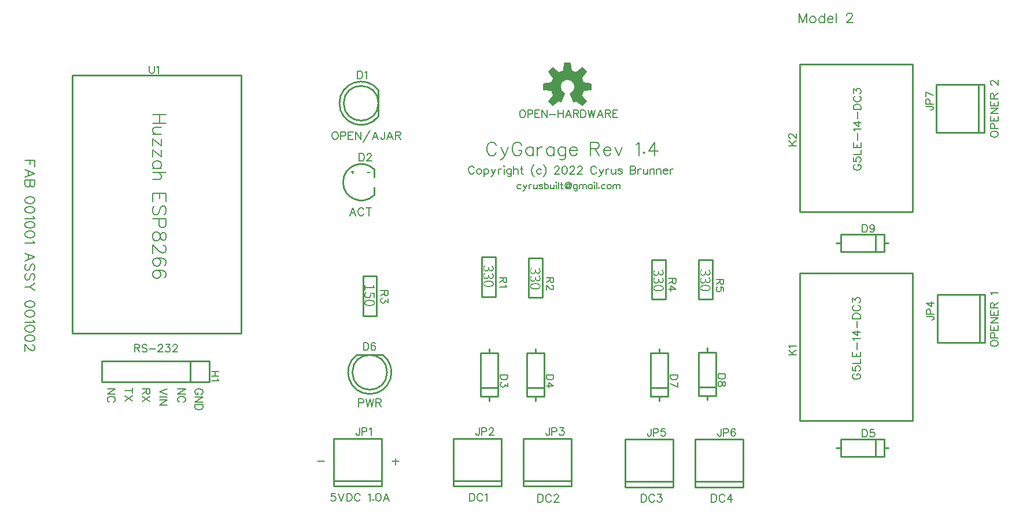
<source format=gto>
G04 Layer: TopSilkscreenLayer*
G04 EasyEDA v6.5.8, 2022-08-15 07:29:34*
G04 028e3914a6f949ed9ca799ef75e4ed4f,10*
G04 Gerber Generator version 0.2*
G04 Scale: 100 percent, Rotated: No, Reflected: No *
G04 Dimensions in millimeters *
G04 leading zeros omitted , absolute positions ,4 integer and 5 decimal *
%FSLAX45Y45*%
%MOMM*%

%ADD10C,0.1524*%
%ADD11C,0.2032*%
%ADD12C,0.1501*%
%ADD13C,0.2540*%

%LPD*%
G36*
X7599680Y5848604D02*
G01*
X7595819Y5844743D01*
X7592110Y5840425D01*
X7588656Y5835599D01*
X7585608Y5830112D01*
X7583068Y5824016D01*
X7581087Y5817260D01*
X7579817Y5809691D01*
X7579359Y5801360D01*
X7579664Y5795010D01*
X7580630Y5788914D01*
X7582255Y5783122D01*
X7584440Y5777738D01*
X7587183Y5772759D01*
X7590536Y5768289D01*
X7594447Y5764326D01*
X7598867Y5760974D01*
X7603794Y5758281D01*
X7609230Y5756300D01*
X7615123Y5755030D01*
X7621524Y5754624D01*
X7628890Y5755284D01*
X7635595Y5757113D01*
X7641539Y5760059D01*
X7646771Y5763920D01*
X7651191Y5768644D01*
X7654848Y5774029D01*
X7657642Y5779973D01*
X7659624Y5786374D01*
X7660386Y5786374D01*
X7662773Y5780684D01*
X7665770Y5775553D01*
X7669377Y5771032D01*
X7673543Y5767120D01*
X7678369Y5763971D01*
X7683804Y5761634D01*
X7689799Y5760212D01*
X7696453Y5759704D01*
X7702092Y5760059D01*
X7707274Y5761177D01*
X7712049Y5762904D01*
X7716367Y5765292D01*
X7720228Y5768238D01*
X7723631Y5771794D01*
X7726527Y5775807D01*
X7728915Y5780278D01*
X7730794Y5785205D01*
X7732166Y5790488D01*
X7733030Y5796178D01*
X7733284Y5802122D01*
X7732928Y5808319D01*
X7731963Y5814161D01*
X7730337Y5819648D01*
X7728254Y5824829D01*
X7725664Y5829757D01*
X7722666Y5834430D01*
X7719364Y5838799D01*
X7715758Y5843016D01*
X7705090Y5833872D01*
X7710881Y5827268D01*
X7715503Y5819800D01*
X7718602Y5811520D01*
X7719822Y5802630D01*
X7719314Y5796940D01*
X7717942Y5791809D01*
X7715808Y5787390D01*
X7712913Y5783681D01*
X7709408Y5780684D01*
X7705191Y5778500D01*
X7700467Y5777179D01*
X7695184Y5776722D01*
X7691120Y5776925D01*
X7687259Y5777636D01*
X7683601Y5778855D01*
X7680198Y5780633D01*
X7677099Y5782970D01*
X7674254Y5785967D01*
X7671765Y5789574D01*
X7669682Y5793892D01*
X7668006Y5798921D01*
X7666736Y5804662D01*
X7665974Y5811266D01*
X7665720Y5818632D01*
X7652766Y5818632D01*
X7652512Y5810453D01*
X7651750Y5803138D01*
X7650530Y5796686D01*
X7648854Y5791047D01*
X7646771Y5786170D01*
X7644231Y5782056D01*
X7641386Y5778652D01*
X7638135Y5775960D01*
X7634528Y5773928D01*
X7630668Y5772505D01*
X7626502Y5771642D01*
X7622031Y5771388D01*
X7615681Y5771997D01*
X7609992Y5773674D01*
X7605064Y5776417D01*
X7600899Y5780125D01*
X7597546Y5784646D01*
X7595108Y5789930D01*
X7593584Y5795873D01*
X7593075Y5802376D01*
X7593431Y5808726D01*
X7594549Y5814517D01*
X7596174Y5819800D01*
X7598359Y5824575D01*
X7601000Y5828944D01*
X7603896Y5832957D01*
X7607046Y5836615D01*
X7610348Y5839968D01*
G37*
G36*
X7599680Y5737098D02*
G01*
X7595819Y5733237D01*
X7592110Y5728919D01*
X7588656Y5723991D01*
X7585608Y5718505D01*
X7583068Y5712409D01*
X7581087Y5705652D01*
X7579817Y5698134D01*
X7579359Y5689854D01*
X7579664Y5683504D01*
X7580630Y5677408D01*
X7582255Y5671616D01*
X7584440Y5666232D01*
X7587183Y5661253D01*
X7590536Y5656783D01*
X7594447Y5652820D01*
X7598867Y5649468D01*
X7603794Y5646775D01*
X7609230Y5644794D01*
X7615123Y5643524D01*
X7621524Y5643118D01*
X7628890Y5643778D01*
X7635595Y5645607D01*
X7641539Y5648553D01*
X7646771Y5652414D01*
X7651191Y5657138D01*
X7654848Y5662523D01*
X7657642Y5668467D01*
X7659624Y5674868D01*
X7660386Y5674868D01*
X7662773Y5669178D01*
X7665770Y5664047D01*
X7669377Y5659526D01*
X7673543Y5655614D01*
X7678369Y5652465D01*
X7683804Y5650128D01*
X7689799Y5648706D01*
X7696453Y5648198D01*
X7702092Y5648553D01*
X7707274Y5649671D01*
X7712049Y5651398D01*
X7716367Y5653786D01*
X7720228Y5656732D01*
X7723631Y5660288D01*
X7726527Y5664301D01*
X7728915Y5668772D01*
X7730794Y5673699D01*
X7732166Y5678982D01*
X7733030Y5684672D01*
X7733284Y5690616D01*
X7732928Y5696813D01*
X7731963Y5702655D01*
X7730337Y5708142D01*
X7728254Y5713374D01*
X7725664Y5718251D01*
X7722666Y5722924D01*
X7719364Y5727293D01*
X7715758Y5731510D01*
X7705090Y5722366D01*
X7710881Y5715660D01*
X7715503Y5708192D01*
X7718602Y5699963D01*
X7719822Y5691124D01*
X7719314Y5685434D01*
X7717942Y5680303D01*
X7715808Y5675884D01*
X7712913Y5672175D01*
X7709408Y5669178D01*
X7705191Y5666994D01*
X7700467Y5665673D01*
X7695184Y5665216D01*
X7691120Y5665419D01*
X7687259Y5666130D01*
X7683601Y5667349D01*
X7680198Y5669127D01*
X7677099Y5671464D01*
X7674254Y5674410D01*
X7671765Y5678017D01*
X7669682Y5682284D01*
X7668006Y5687314D01*
X7666736Y5693003D01*
X7665974Y5699556D01*
X7665720Y5706872D01*
X7652766Y5706872D01*
X7652512Y5698693D01*
X7651750Y5691378D01*
X7650530Y5684977D01*
X7648854Y5679338D01*
X7646771Y5674512D01*
X7644231Y5670397D01*
X7641386Y5667044D01*
X7638135Y5664403D01*
X7634528Y5662371D01*
X7630668Y5660948D01*
X7626502Y5660136D01*
X7622031Y5659882D01*
X7615681Y5660491D01*
X7609992Y5662168D01*
X7605064Y5664911D01*
X7600899Y5668619D01*
X7597546Y5673140D01*
X7595108Y5678424D01*
X7593584Y5684367D01*
X7593075Y5690870D01*
X7593431Y5697220D01*
X7594549Y5703011D01*
X7596174Y5708294D01*
X7598359Y5713069D01*
X7601000Y5717438D01*
X7603896Y5721451D01*
X7607046Y5725109D01*
X7610348Y5728462D01*
G37*
G36*
X7656830Y5621528D02*
G01*
X7647381Y5621324D01*
X7638542Y5620715D01*
X7630363Y5619699D01*
X7622743Y5618327D01*
X7615783Y5616549D01*
X7609433Y5614416D01*
X7603693Y5611977D01*
X7598562Y5609132D01*
X7594041Y5605983D01*
X7590129Y5602528D01*
X7586827Y5598769D01*
X7584135Y5594756D01*
X7582052Y5590387D01*
X7580528Y5585815D01*
X7579664Y5580938D01*
X7579359Y5575808D01*
X7592568Y5575808D01*
X7592974Y5580075D01*
X7594244Y5584088D01*
X7596378Y5587796D01*
X7599425Y5591251D01*
X7603337Y5594350D01*
X7608112Y5597093D01*
X7613853Y5599531D01*
X7620508Y5601512D01*
X7628128Y5603138D01*
X7636713Y5604306D01*
X7646263Y5605018D01*
X7656830Y5605272D01*
X7667193Y5605018D01*
X7676591Y5604306D01*
X7684973Y5603138D01*
X7692440Y5601512D01*
X7698994Y5599531D01*
X7704632Y5597093D01*
X7709306Y5594350D01*
X7713167Y5591251D01*
X7716062Y5587796D01*
X7718196Y5584088D01*
X7719415Y5580075D01*
X7719822Y5575808D01*
X7719415Y5571540D01*
X7718196Y5567527D01*
X7716062Y5563819D01*
X7713167Y5560364D01*
X7709306Y5557266D01*
X7704632Y5554522D01*
X7698994Y5552084D01*
X7692440Y5550103D01*
X7684973Y5548477D01*
X7676591Y5547309D01*
X7667193Y5546598D01*
X7656830Y5546344D01*
X7646263Y5546598D01*
X7636713Y5547309D01*
X7628128Y5548477D01*
X7620508Y5550103D01*
X7613853Y5552084D01*
X7608112Y5554522D01*
X7603337Y5557266D01*
X7599425Y5560364D01*
X7596378Y5563819D01*
X7594244Y5567527D01*
X7592974Y5571540D01*
X7592568Y5575808D01*
X7579359Y5575808D01*
X7579664Y5570677D01*
X7580528Y5565851D01*
X7582052Y5561228D01*
X7584135Y5556910D01*
X7586827Y5552897D01*
X7590129Y5549138D01*
X7594041Y5545734D01*
X7598562Y5542584D01*
X7603693Y5539790D01*
X7609433Y5537352D01*
X7615783Y5535269D01*
X7622743Y5533542D01*
X7630363Y5532120D01*
X7638542Y5531154D01*
X7647381Y5530545D01*
X7656830Y5530342D01*
X7666177Y5530545D01*
X7674914Y5531154D01*
X7683042Y5532120D01*
X7690510Y5533542D01*
X7697419Y5535269D01*
X7703667Y5537352D01*
X7709357Y5539790D01*
X7714386Y5542584D01*
X7718856Y5545734D01*
X7722666Y5549138D01*
X7725918Y5552897D01*
X7728610Y5556910D01*
X7730642Y5561228D01*
X7732115Y5565851D01*
X7732979Y5570677D01*
X7733284Y5575808D01*
X7732979Y5580938D01*
X7732115Y5585815D01*
X7730642Y5590387D01*
X7728610Y5594756D01*
X7725918Y5598769D01*
X7722666Y5602528D01*
X7718856Y5605983D01*
X7714386Y5609132D01*
X7709357Y5611977D01*
X7703667Y5614416D01*
X7697419Y5616549D01*
X7690510Y5618327D01*
X7683042Y5619699D01*
X7674914Y5620715D01*
X7666177Y5621324D01*
G37*
G36*
X8285480Y5811672D02*
G01*
X8281619Y5807811D01*
X8277910Y5803493D01*
X8274456Y5798667D01*
X8271408Y5793181D01*
X8268868Y5787085D01*
X8266887Y5780328D01*
X8265617Y5772759D01*
X8265159Y5764428D01*
X8265464Y5758078D01*
X8266430Y5751982D01*
X8268055Y5746191D01*
X8270240Y5740806D01*
X8272983Y5735828D01*
X8276336Y5731357D01*
X8280247Y5727395D01*
X8284667Y5724042D01*
X8289594Y5721350D01*
X8295030Y5719368D01*
X8300923Y5718098D01*
X8307324Y5717692D01*
X8314690Y5718352D01*
X8321395Y5720181D01*
X8327339Y5723128D01*
X8332571Y5726988D01*
X8336991Y5731713D01*
X8340648Y5737098D01*
X8343442Y5743041D01*
X8345424Y5749442D01*
X8346186Y5749442D01*
X8348573Y5743752D01*
X8351570Y5738622D01*
X8355177Y5734100D01*
X8359343Y5730189D01*
X8364169Y5727039D01*
X8369604Y5724702D01*
X8375599Y5723280D01*
X8382253Y5722772D01*
X8387892Y5723128D01*
X8393074Y5724245D01*
X8397849Y5725972D01*
X8402167Y5728360D01*
X8406028Y5731306D01*
X8409432Y5734812D01*
X8412327Y5738876D01*
X8414715Y5743346D01*
X8416594Y5748274D01*
X8417966Y5753557D01*
X8418830Y5759246D01*
X8419084Y5765190D01*
X8418728Y5771388D01*
X8417763Y5777230D01*
X8416137Y5782716D01*
X8414054Y5787948D01*
X8411464Y5792825D01*
X8408466Y5797499D01*
X8405164Y5801868D01*
X8401558Y5806084D01*
X8390890Y5796940D01*
X8396681Y5790336D01*
X8401304Y5782868D01*
X8404402Y5774588D01*
X8405622Y5765698D01*
X8405114Y5760008D01*
X8403742Y5754878D01*
X8401608Y5750458D01*
X8398713Y5746750D01*
X8395208Y5743752D01*
X8390991Y5741568D01*
X8386267Y5740247D01*
X8380984Y5739790D01*
X8376920Y5739993D01*
X8373059Y5740704D01*
X8369401Y5741924D01*
X8365998Y5743702D01*
X8362899Y5746038D01*
X8360054Y5749036D01*
X8357565Y5752642D01*
X8355482Y5756960D01*
X8353806Y5761990D01*
X8352536Y5767730D01*
X8351774Y5774334D01*
X8351520Y5781700D01*
X8338566Y5781700D01*
X8338312Y5773521D01*
X8337550Y5766206D01*
X8336330Y5759754D01*
X8334654Y5754116D01*
X8332571Y5749239D01*
X8330031Y5745124D01*
X8327186Y5741720D01*
X8323935Y5739028D01*
X8320328Y5736996D01*
X8316468Y5735574D01*
X8312302Y5734710D01*
X8307831Y5734456D01*
X8301481Y5735066D01*
X8295792Y5736742D01*
X8290864Y5739485D01*
X8286699Y5743194D01*
X8283346Y5747715D01*
X8280908Y5752998D01*
X8279384Y5758942D01*
X8278875Y5765444D01*
X8279231Y5771794D01*
X8280349Y5777585D01*
X8281974Y5782868D01*
X8284159Y5787694D01*
X8286800Y5792012D01*
X8289696Y5796026D01*
X8292846Y5799683D01*
X8296148Y5803036D01*
G37*
G36*
X8285480Y5700166D02*
G01*
X8281619Y5696305D01*
X8277910Y5691987D01*
X8274456Y5687060D01*
X8271408Y5681573D01*
X8268868Y5675477D01*
X8266887Y5668721D01*
X8265617Y5661202D01*
X8265159Y5652922D01*
X8265464Y5646572D01*
X8266430Y5640476D01*
X8268055Y5634685D01*
X8270240Y5629300D01*
X8272983Y5624322D01*
X8276336Y5619851D01*
X8280247Y5615889D01*
X8284667Y5612536D01*
X8289594Y5609844D01*
X8295030Y5607862D01*
X8300923Y5606592D01*
X8307324Y5606186D01*
X8314690Y5606846D01*
X8321395Y5608675D01*
X8327339Y5611622D01*
X8332571Y5615482D01*
X8336991Y5620207D01*
X8340648Y5625592D01*
X8343442Y5631535D01*
X8345424Y5637936D01*
X8346186Y5637936D01*
X8348573Y5632246D01*
X8351570Y5627116D01*
X8355177Y5622594D01*
X8359343Y5618683D01*
X8364169Y5615533D01*
X8369604Y5613196D01*
X8375599Y5611774D01*
X8382253Y5611266D01*
X8387892Y5611622D01*
X8393074Y5612739D01*
X8397849Y5614466D01*
X8402167Y5616854D01*
X8406028Y5619800D01*
X8409432Y5623356D01*
X8412327Y5627370D01*
X8414715Y5631840D01*
X8416594Y5636768D01*
X8417966Y5642051D01*
X8418830Y5647740D01*
X8419084Y5653684D01*
X8418728Y5659882D01*
X8417763Y5665724D01*
X8416137Y5671210D01*
X8414054Y5676442D01*
X8411464Y5681319D01*
X8408466Y5685993D01*
X8405164Y5690362D01*
X8401558Y5694578D01*
X8390890Y5685434D01*
X8396681Y5678728D01*
X8401304Y5671261D01*
X8404402Y5663031D01*
X8405622Y5654192D01*
X8405114Y5648502D01*
X8403742Y5643372D01*
X8401608Y5638952D01*
X8398713Y5635244D01*
X8395208Y5632246D01*
X8390991Y5630062D01*
X8386267Y5628741D01*
X8380984Y5628284D01*
X8376920Y5628487D01*
X8373059Y5629198D01*
X8369401Y5630418D01*
X8365998Y5632196D01*
X8362899Y5634532D01*
X8360054Y5637479D01*
X8357565Y5641086D01*
X8355482Y5645353D01*
X8353806Y5650382D01*
X8352536Y5656072D01*
X8351774Y5662625D01*
X8351520Y5669940D01*
X8338566Y5669940D01*
X8338312Y5661761D01*
X8337550Y5654446D01*
X8336330Y5648045D01*
X8334654Y5642406D01*
X8332571Y5637580D01*
X8330031Y5633516D01*
X8327186Y5630113D01*
X8323935Y5627471D01*
X8320328Y5625439D01*
X8316468Y5624017D01*
X8312302Y5623204D01*
X8307831Y5622950D01*
X8301481Y5623560D01*
X8295792Y5625236D01*
X8290864Y5627979D01*
X8286699Y5631688D01*
X8283346Y5636209D01*
X8280908Y5641492D01*
X8279384Y5647436D01*
X8278875Y5653938D01*
X8279231Y5660288D01*
X8280349Y5666079D01*
X8281974Y5671362D01*
X8284159Y5676138D01*
X8286800Y5680506D01*
X8289696Y5684520D01*
X8292846Y5688177D01*
X8296148Y5691530D01*
G37*
G36*
X8342630Y5584596D02*
G01*
X8333181Y5584393D01*
X8324342Y5583783D01*
X8316163Y5582767D01*
X8308543Y5581396D01*
X8301583Y5579618D01*
X8295233Y5577484D01*
X8289493Y5575046D01*
X8284362Y5572201D01*
X8279841Y5569051D01*
X8275929Y5565597D01*
X8272627Y5561838D01*
X8269935Y5557824D01*
X8267852Y5553456D01*
X8266328Y5548884D01*
X8265464Y5544007D01*
X8265159Y5538876D01*
X8278368Y5538876D01*
X8278774Y5543143D01*
X8280044Y5547156D01*
X8282178Y5550865D01*
X8285225Y5554319D01*
X8289137Y5557418D01*
X8293912Y5560161D01*
X8299653Y5562600D01*
X8306308Y5564581D01*
X8313928Y5566206D01*
X8322513Y5567375D01*
X8332063Y5568086D01*
X8342630Y5568340D01*
X8352993Y5568086D01*
X8362391Y5567375D01*
X8370773Y5566206D01*
X8378240Y5564581D01*
X8384794Y5562600D01*
X8390432Y5560161D01*
X8395106Y5557418D01*
X8398967Y5554319D01*
X8401862Y5550865D01*
X8403996Y5547156D01*
X8405215Y5543143D01*
X8405622Y5538876D01*
X8405215Y5534609D01*
X8403996Y5530596D01*
X8401862Y5526887D01*
X8398967Y5523433D01*
X8395106Y5520334D01*
X8390432Y5517591D01*
X8384794Y5515152D01*
X8378240Y5513171D01*
X8370773Y5511546D01*
X8362391Y5510377D01*
X8352993Y5509666D01*
X8342630Y5509412D01*
X8332063Y5509666D01*
X8322513Y5510377D01*
X8313928Y5511546D01*
X8306308Y5513171D01*
X8299653Y5515152D01*
X8293912Y5517591D01*
X8289137Y5520334D01*
X8285225Y5523433D01*
X8282178Y5526887D01*
X8280044Y5530596D01*
X8278774Y5534609D01*
X8278368Y5538876D01*
X8265159Y5538876D01*
X8265464Y5533745D01*
X8266328Y5528919D01*
X8267852Y5524296D01*
X8269935Y5519978D01*
X8272627Y5515965D01*
X8275929Y5512206D01*
X8279841Y5508802D01*
X8284362Y5505653D01*
X8289493Y5502859D01*
X8295233Y5500420D01*
X8301583Y5498338D01*
X8308543Y5496560D01*
X8316163Y5495188D01*
X8324342Y5494223D01*
X8333181Y5493613D01*
X8342630Y5493410D01*
X8351977Y5493613D01*
X8360714Y5494223D01*
X8368842Y5495188D01*
X8376310Y5496560D01*
X8383219Y5498338D01*
X8389467Y5500420D01*
X8395157Y5502859D01*
X8400186Y5505653D01*
X8404656Y5508802D01*
X8408466Y5512206D01*
X8411718Y5515965D01*
X8414410Y5519978D01*
X8416442Y5524296D01*
X8417915Y5528919D01*
X8418779Y5533745D01*
X8419084Y5538876D01*
X8418779Y5544007D01*
X8417915Y5548884D01*
X8416442Y5553456D01*
X8414410Y5557824D01*
X8411718Y5561838D01*
X8408466Y5565597D01*
X8404656Y5569051D01*
X8400186Y5572201D01*
X8395157Y5575046D01*
X8389467Y5577484D01*
X8383219Y5579618D01*
X8376310Y5581396D01*
X8368842Y5582767D01*
X8360714Y5583783D01*
X8351977Y5584393D01*
G37*
G36*
X10088880Y5785104D02*
G01*
X10085019Y5781243D01*
X10081310Y5776925D01*
X10077856Y5772099D01*
X10074808Y5766612D01*
X10072268Y5760516D01*
X10070287Y5753760D01*
X10069017Y5746191D01*
X10068560Y5737860D01*
X10068864Y5731510D01*
X10069830Y5725414D01*
X10071455Y5719622D01*
X10073640Y5714238D01*
X10076383Y5709259D01*
X10079736Y5704789D01*
X10083647Y5700826D01*
X10088067Y5697474D01*
X10092994Y5694781D01*
X10098430Y5692800D01*
X10104323Y5691530D01*
X10110724Y5691124D01*
X10118090Y5691784D01*
X10124795Y5693613D01*
X10130739Y5696559D01*
X10135971Y5700420D01*
X10140391Y5705144D01*
X10144048Y5710529D01*
X10146842Y5716473D01*
X10148824Y5722874D01*
X10149586Y5722874D01*
X10151973Y5717184D01*
X10154970Y5712053D01*
X10158577Y5707532D01*
X10162743Y5703620D01*
X10167569Y5700471D01*
X10173004Y5698134D01*
X10178999Y5696712D01*
X10185654Y5696204D01*
X10191292Y5696559D01*
X10196474Y5697677D01*
X10201249Y5699404D01*
X10205567Y5701792D01*
X10209428Y5704738D01*
X10212832Y5708294D01*
X10215727Y5712307D01*
X10218115Y5716778D01*
X10219994Y5721705D01*
X10221366Y5726988D01*
X10222230Y5732678D01*
X10222484Y5738622D01*
X10222128Y5744819D01*
X10221163Y5750661D01*
X10219537Y5756148D01*
X10217454Y5761329D01*
X10214864Y5766257D01*
X10211866Y5770930D01*
X10208564Y5775299D01*
X10204958Y5779516D01*
X10194290Y5770372D01*
X10200081Y5763768D01*
X10204704Y5756300D01*
X10207802Y5748020D01*
X10209022Y5739130D01*
X10208514Y5733440D01*
X10207142Y5728309D01*
X10205008Y5723890D01*
X10202113Y5720181D01*
X10198608Y5717184D01*
X10194391Y5715000D01*
X10189667Y5713679D01*
X10184384Y5713222D01*
X10180320Y5713425D01*
X10176459Y5714136D01*
X10172801Y5715355D01*
X10169398Y5717133D01*
X10166299Y5719470D01*
X10163454Y5722467D01*
X10160965Y5726074D01*
X10158882Y5730392D01*
X10157206Y5735421D01*
X10155936Y5741162D01*
X10155174Y5747766D01*
X10154920Y5755132D01*
X10141966Y5755132D01*
X10141712Y5746953D01*
X10140950Y5739638D01*
X10139730Y5733186D01*
X10138054Y5727547D01*
X10135971Y5722670D01*
X10133431Y5718556D01*
X10130586Y5715152D01*
X10127335Y5712460D01*
X10123728Y5710428D01*
X10119868Y5709005D01*
X10115702Y5708142D01*
X10111232Y5707888D01*
X10104882Y5708497D01*
X10099192Y5710174D01*
X10094264Y5712917D01*
X10090099Y5716625D01*
X10086746Y5721146D01*
X10084308Y5726430D01*
X10082784Y5732373D01*
X10082276Y5738876D01*
X10082631Y5745226D01*
X10083749Y5751017D01*
X10085374Y5756300D01*
X10087559Y5761075D01*
X10090200Y5765444D01*
X10093096Y5769457D01*
X10096246Y5773115D01*
X10099548Y5776468D01*
G37*
G36*
X10088880Y5673598D02*
G01*
X10085019Y5669737D01*
X10081310Y5665419D01*
X10077856Y5660491D01*
X10074808Y5655005D01*
X10072268Y5648909D01*
X10070287Y5642152D01*
X10069017Y5634634D01*
X10068560Y5626354D01*
X10068864Y5620004D01*
X10069830Y5613908D01*
X10071455Y5608116D01*
X10073640Y5602732D01*
X10076383Y5597753D01*
X10079736Y5593283D01*
X10083647Y5589320D01*
X10088067Y5585968D01*
X10092994Y5583275D01*
X10098430Y5581294D01*
X10104323Y5580024D01*
X10110724Y5579618D01*
X10118090Y5580278D01*
X10124795Y5582107D01*
X10130739Y5585053D01*
X10135971Y5588914D01*
X10140391Y5593638D01*
X10144048Y5599023D01*
X10146842Y5604967D01*
X10148824Y5611368D01*
X10149586Y5611368D01*
X10151973Y5605678D01*
X10154970Y5600547D01*
X10158577Y5596026D01*
X10162743Y5592114D01*
X10167569Y5588965D01*
X10173004Y5586628D01*
X10178999Y5585206D01*
X10185654Y5584698D01*
X10191292Y5585053D01*
X10196474Y5586171D01*
X10201249Y5587898D01*
X10205567Y5590286D01*
X10209428Y5593232D01*
X10212832Y5596788D01*
X10215727Y5600801D01*
X10218115Y5605272D01*
X10219994Y5610199D01*
X10221366Y5615482D01*
X10222230Y5621172D01*
X10222484Y5627116D01*
X10222128Y5633313D01*
X10221163Y5639155D01*
X10219537Y5644642D01*
X10217454Y5649874D01*
X10214864Y5654751D01*
X10211866Y5659424D01*
X10208564Y5663793D01*
X10204958Y5668010D01*
X10194290Y5658866D01*
X10200081Y5652160D01*
X10204704Y5644692D01*
X10207802Y5636463D01*
X10209022Y5627624D01*
X10208514Y5621934D01*
X10207142Y5616803D01*
X10205008Y5612384D01*
X10202113Y5608675D01*
X10198608Y5605678D01*
X10194391Y5603494D01*
X10189667Y5602173D01*
X10184384Y5601716D01*
X10180320Y5601919D01*
X10176459Y5602630D01*
X10172801Y5603849D01*
X10169398Y5605627D01*
X10166299Y5607964D01*
X10163454Y5610910D01*
X10160965Y5614517D01*
X10158882Y5618784D01*
X10157206Y5623814D01*
X10155936Y5629503D01*
X10155174Y5636056D01*
X10154920Y5643372D01*
X10141966Y5643372D01*
X10141712Y5635193D01*
X10140950Y5627878D01*
X10139730Y5621477D01*
X10138054Y5615838D01*
X10135971Y5611012D01*
X10133431Y5606897D01*
X10130586Y5603544D01*
X10127335Y5600903D01*
X10123728Y5598871D01*
X10119868Y5597448D01*
X10115702Y5596636D01*
X10111232Y5596382D01*
X10104882Y5596991D01*
X10099192Y5598668D01*
X10094264Y5601411D01*
X10090099Y5605119D01*
X10086746Y5609640D01*
X10084308Y5614924D01*
X10082784Y5620867D01*
X10082276Y5627370D01*
X10082631Y5633720D01*
X10083749Y5639511D01*
X10085374Y5644794D01*
X10087559Y5649569D01*
X10090200Y5653938D01*
X10093096Y5657951D01*
X10096246Y5661609D01*
X10099548Y5664962D01*
G37*
G36*
X10146030Y5558028D02*
G01*
X10136581Y5557824D01*
X10127742Y5557215D01*
X10119563Y5556199D01*
X10111943Y5554827D01*
X10104983Y5553049D01*
X10098633Y5550916D01*
X10092893Y5548477D01*
X10087762Y5545632D01*
X10083241Y5542483D01*
X10079329Y5539028D01*
X10076027Y5535269D01*
X10073335Y5531256D01*
X10071252Y5526887D01*
X10069728Y5522315D01*
X10068864Y5517438D01*
X10068560Y5512308D01*
X10081768Y5512308D01*
X10082174Y5516575D01*
X10083444Y5520588D01*
X10085578Y5524296D01*
X10088626Y5527751D01*
X10092537Y5530850D01*
X10097312Y5533593D01*
X10103053Y5536031D01*
X10109708Y5538012D01*
X10117328Y5539638D01*
X10125913Y5540806D01*
X10135463Y5541518D01*
X10146030Y5541772D01*
X10156393Y5541518D01*
X10165791Y5540806D01*
X10174173Y5539638D01*
X10181640Y5538012D01*
X10188194Y5536031D01*
X10193832Y5533593D01*
X10198506Y5530850D01*
X10202367Y5527751D01*
X10205262Y5524296D01*
X10207396Y5520588D01*
X10208615Y5516575D01*
X10209022Y5512308D01*
X10208615Y5508040D01*
X10207396Y5504027D01*
X10205262Y5500319D01*
X10202367Y5496864D01*
X10198506Y5493766D01*
X10193832Y5491022D01*
X10188194Y5488584D01*
X10181640Y5486603D01*
X10174173Y5484977D01*
X10165791Y5483809D01*
X10156393Y5483098D01*
X10146030Y5482844D01*
X10135463Y5483098D01*
X10125913Y5483809D01*
X10117328Y5484977D01*
X10109708Y5486603D01*
X10103053Y5488584D01*
X10097312Y5491022D01*
X10092537Y5493766D01*
X10088626Y5496864D01*
X10085578Y5500319D01*
X10083444Y5504027D01*
X10082174Y5508040D01*
X10081768Y5512308D01*
X10068560Y5512308D01*
X10068864Y5507177D01*
X10069728Y5502351D01*
X10071252Y5497728D01*
X10073335Y5493410D01*
X10076027Y5489397D01*
X10079329Y5485638D01*
X10083241Y5482234D01*
X10087762Y5479084D01*
X10092893Y5476290D01*
X10098633Y5473852D01*
X10104983Y5471769D01*
X10111943Y5470042D01*
X10119563Y5468620D01*
X10127742Y5467654D01*
X10136581Y5467045D01*
X10146030Y5466842D01*
X10155377Y5467045D01*
X10164114Y5467654D01*
X10172242Y5468620D01*
X10179710Y5470042D01*
X10186619Y5471769D01*
X10192867Y5473852D01*
X10198557Y5476290D01*
X10203586Y5479084D01*
X10208056Y5482234D01*
X10211866Y5485638D01*
X10215118Y5489397D01*
X10217810Y5493410D01*
X10219842Y5497728D01*
X10221315Y5502351D01*
X10222179Y5507177D01*
X10222484Y5512308D01*
X10222179Y5517438D01*
X10221315Y5522315D01*
X10219842Y5526887D01*
X10217810Y5531256D01*
X10215118Y5535269D01*
X10211866Y5539028D01*
X10208056Y5542483D01*
X10203586Y5545632D01*
X10198557Y5548477D01*
X10192867Y5550916D01*
X10186619Y5553049D01*
X10179710Y5554827D01*
X10172242Y5556199D01*
X10164114Y5557215D01*
X10155377Y5557824D01*
G37*
G36*
X10774680Y5786272D02*
G01*
X10770819Y5782411D01*
X10767110Y5778093D01*
X10763656Y5773267D01*
X10760608Y5767781D01*
X10758068Y5761685D01*
X10756087Y5754928D01*
X10754817Y5747359D01*
X10754360Y5739028D01*
X10754664Y5732678D01*
X10755630Y5726582D01*
X10757255Y5720791D01*
X10759440Y5715406D01*
X10762183Y5710428D01*
X10765536Y5705957D01*
X10769447Y5701995D01*
X10773867Y5698642D01*
X10778794Y5695950D01*
X10784230Y5693968D01*
X10790123Y5692698D01*
X10796524Y5692292D01*
X10803890Y5692952D01*
X10810595Y5694781D01*
X10816539Y5697728D01*
X10821771Y5701588D01*
X10826191Y5706313D01*
X10829848Y5711698D01*
X10832642Y5717641D01*
X10834624Y5724042D01*
X10835386Y5724042D01*
X10837773Y5718352D01*
X10840770Y5713222D01*
X10844377Y5708700D01*
X10848543Y5704789D01*
X10853369Y5701639D01*
X10858804Y5699302D01*
X10864799Y5697880D01*
X10871454Y5697372D01*
X10877092Y5697728D01*
X10882274Y5698845D01*
X10887049Y5700572D01*
X10891367Y5702960D01*
X10895228Y5705906D01*
X10898632Y5709412D01*
X10901527Y5713476D01*
X10903915Y5717946D01*
X10905794Y5722874D01*
X10907166Y5728157D01*
X10908030Y5733846D01*
X10908284Y5739790D01*
X10907928Y5745988D01*
X10906963Y5751830D01*
X10905337Y5757316D01*
X10903254Y5762548D01*
X10900664Y5767425D01*
X10897666Y5772099D01*
X10894364Y5776468D01*
X10890758Y5780684D01*
X10880090Y5771540D01*
X10885881Y5764936D01*
X10890504Y5757468D01*
X10893602Y5749188D01*
X10894822Y5740298D01*
X10894314Y5734608D01*
X10892942Y5729478D01*
X10890808Y5725058D01*
X10887913Y5721350D01*
X10884408Y5718352D01*
X10880191Y5716168D01*
X10875467Y5714847D01*
X10870184Y5714390D01*
X10866120Y5714593D01*
X10862259Y5715304D01*
X10858601Y5716524D01*
X10855198Y5718302D01*
X10852099Y5720638D01*
X10849254Y5723636D01*
X10846765Y5727242D01*
X10844682Y5731560D01*
X10843006Y5736590D01*
X10841736Y5742330D01*
X10840974Y5748934D01*
X10840720Y5756300D01*
X10827766Y5756300D01*
X10827512Y5748121D01*
X10826750Y5740806D01*
X10825530Y5734354D01*
X10823854Y5728716D01*
X10821771Y5723839D01*
X10819231Y5719724D01*
X10816386Y5716320D01*
X10813135Y5713628D01*
X10809528Y5711596D01*
X10805668Y5710174D01*
X10801502Y5709310D01*
X10797032Y5709056D01*
X10790682Y5709666D01*
X10784992Y5711342D01*
X10780064Y5714085D01*
X10775899Y5717794D01*
X10772546Y5722315D01*
X10770108Y5727598D01*
X10768584Y5733542D01*
X10768076Y5740044D01*
X10768431Y5746394D01*
X10769549Y5752185D01*
X10771174Y5757468D01*
X10773359Y5762294D01*
X10776000Y5766612D01*
X10778896Y5770626D01*
X10782046Y5774283D01*
X10785348Y5777636D01*
G37*
G36*
X10774680Y5674766D02*
G01*
X10770819Y5670905D01*
X10767110Y5666587D01*
X10763656Y5661660D01*
X10760608Y5656173D01*
X10758068Y5650077D01*
X10756087Y5643321D01*
X10754817Y5635802D01*
X10754360Y5627522D01*
X10754664Y5621172D01*
X10755630Y5615076D01*
X10757255Y5609285D01*
X10759440Y5603900D01*
X10762183Y5598922D01*
X10765536Y5594451D01*
X10769447Y5590489D01*
X10773867Y5587136D01*
X10778794Y5584444D01*
X10784230Y5582462D01*
X10790123Y5581192D01*
X10796524Y5580786D01*
X10803890Y5581446D01*
X10810595Y5583275D01*
X10816539Y5586222D01*
X10821771Y5590082D01*
X10826191Y5594807D01*
X10829848Y5600192D01*
X10832642Y5606135D01*
X10834624Y5612536D01*
X10835386Y5612536D01*
X10837773Y5606846D01*
X10840770Y5601716D01*
X10844377Y5597194D01*
X10848543Y5593283D01*
X10853369Y5590133D01*
X10858804Y5587796D01*
X10864799Y5586374D01*
X10871454Y5585866D01*
X10877092Y5586222D01*
X10882274Y5587339D01*
X10887049Y5589066D01*
X10891367Y5591454D01*
X10895228Y5594400D01*
X10898632Y5597956D01*
X10901527Y5601970D01*
X10903915Y5606440D01*
X10905794Y5611368D01*
X10907166Y5616651D01*
X10908030Y5622340D01*
X10908284Y5628284D01*
X10907928Y5634482D01*
X10906963Y5640324D01*
X10905337Y5645810D01*
X10903254Y5651042D01*
X10900664Y5655919D01*
X10897666Y5660593D01*
X10894364Y5664962D01*
X10890758Y5669178D01*
X10880090Y5660034D01*
X10885881Y5653328D01*
X10890504Y5645861D01*
X10893602Y5637631D01*
X10894822Y5628792D01*
X10894314Y5623102D01*
X10892942Y5617972D01*
X10890808Y5613552D01*
X10887913Y5609844D01*
X10884408Y5606846D01*
X10880191Y5604662D01*
X10875467Y5603341D01*
X10870184Y5602884D01*
X10866120Y5603087D01*
X10862259Y5603798D01*
X10858601Y5605018D01*
X10855198Y5606796D01*
X10852099Y5609132D01*
X10849254Y5612079D01*
X10846765Y5615686D01*
X10844682Y5619953D01*
X10843006Y5624982D01*
X10841736Y5630672D01*
X10840974Y5637225D01*
X10840720Y5644540D01*
X10827766Y5644540D01*
X10827512Y5636361D01*
X10826750Y5629046D01*
X10825530Y5622645D01*
X10823854Y5617006D01*
X10821771Y5612180D01*
X10819231Y5608116D01*
X10816386Y5604713D01*
X10813135Y5602071D01*
X10809528Y5600039D01*
X10805668Y5598617D01*
X10801502Y5597804D01*
X10797032Y5597550D01*
X10790682Y5598160D01*
X10784992Y5599836D01*
X10780064Y5602579D01*
X10775899Y5606288D01*
X10772546Y5610809D01*
X10770108Y5616092D01*
X10768584Y5622036D01*
X10768076Y5628538D01*
X10768431Y5634888D01*
X10769549Y5640679D01*
X10771174Y5645962D01*
X10773359Y5650738D01*
X10776000Y5655106D01*
X10778896Y5659120D01*
X10782046Y5662777D01*
X10785348Y5666130D01*
G37*
G36*
X10831830Y5559196D02*
G01*
X10822381Y5558993D01*
X10813542Y5558383D01*
X10805363Y5557367D01*
X10797743Y5555996D01*
X10790783Y5554218D01*
X10784433Y5552084D01*
X10778693Y5549646D01*
X10773562Y5546801D01*
X10769041Y5543651D01*
X10765129Y5540197D01*
X10761827Y5536438D01*
X10759135Y5532424D01*
X10757052Y5528056D01*
X10755528Y5523484D01*
X10754664Y5518607D01*
X10754360Y5513476D01*
X10767568Y5513476D01*
X10767974Y5517743D01*
X10769244Y5521756D01*
X10771378Y5525465D01*
X10774426Y5528919D01*
X10778337Y5532018D01*
X10783112Y5534761D01*
X10788853Y5537200D01*
X10795508Y5539181D01*
X10803128Y5540806D01*
X10811713Y5541975D01*
X10821263Y5542686D01*
X10831830Y5542940D01*
X10842193Y5542686D01*
X10851591Y5541975D01*
X10859973Y5540806D01*
X10867440Y5539181D01*
X10873994Y5537200D01*
X10879632Y5534761D01*
X10884306Y5532018D01*
X10888167Y5528919D01*
X10891062Y5525465D01*
X10893196Y5521756D01*
X10894415Y5517743D01*
X10894822Y5513476D01*
X10894415Y5509209D01*
X10893196Y5505196D01*
X10891062Y5501487D01*
X10888167Y5498033D01*
X10884306Y5494934D01*
X10879632Y5492191D01*
X10873994Y5489752D01*
X10867440Y5487771D01*
X10859973Y5486146D01*
X10851591Y5484977D01*
X10842193Y5484266D01*
X10831830Y5484012D01*
X10821263Y5484266D01*
X10811713Y5484977D01*
X10803128Y5486146D01*
X10795508Y5487771D01*
X10788853Y5489752D01*
X10783112Y5492191D01*
X10778337Y5494934D01*
X10774426Y5498033D01*
X10771378Y5501487D01*
X10769244Y5505196D01*
X10767974Y5509209D01*
X10767568Y5513476D01*
X10754360Y5513476D01*
X10754664Y5508345D01*
X10755528Y5503519D01*
X10757052Y5498896D01*
X10759135Y5494578D01*
X10761827Y5490565D01*
X10765129Y5486806D01*
X10769041Y5483402D01*
X10773562Y5480253D01*
X10778693Y5477459D01*
X10784433Y5475020D01*
X10790783Y5472938D01*
X10797743Y5471160D01*
X10805363Y5469788D01*
X10813542Y5468823D01*
X10822381Y5468213D01*
X10831830Y5468010D01*
X10841177Y5468213D01*
X10849914Y5468823D01*
X10858042Y5469788D01*
X10865510Y5471160D01*
X10872419Y5472938D01*
X10878667Y5475020D01*
X10884357Y5477459D01*
X10889386Y5480253D01*
X10893856Y5483402D01*
X10897666Y5486806D01*
X10900918Y5490565D01*
X10903610Y5494578D01*
X10905642Y5498896D01*
X10907115Y5503519D01*
X10907979Y5508345D01*
X10908284Y5513476D01*
X10907979Y5518607D01*
X10907115Y5523484D01*
X10905642Y5528056D01*
X10903610Y5532424D01*
X10900918Y5536438D01*
X10897666Y5540197D01*
X10893856Y5543651D01*
X10889386Y5546801D01*
X10884357Y5549646D01*
X10878667Y5552084D01*
X10872419Y5554218D01*
X10865510Y5555996D01*
X10858042Y5557367D01*
X10849914Y5558383D01*
X10841177Y5558993D01*
G37*
G36*
X5842000Y5557266D02*
G01*
X5842000Y5477256D01*
X5855716Y5477256D01*
X5855716Y5507482D01*
X5990844Y5507482D01*
X5990844Y5519928D01*
X5987491Y5526176D01*
X5984697Y5533136D01*
X5982462Y5541060D01*
X5980684Y5550154D01*
X5969762Y5550154D01*
X5969762Y5523992D01*
X5855716Y5523992D01*
X5855716Y5557266D01*
G37*
G36*
X5859018Y5457952D02*
G01*
X5855309Y5454040D01*
X5851804Y5449722D01*
X5848451Y5444896D01*
X5845505Y5439511D01*
X5843016Y5433568D01*
X5841136Y5426862D01*
X5839917Y5419445D01*
X5839460Y5411216D01*
X5839815Y5405120D01*
X5840984Y5399125D01*
X5842812Y5393334D01*
X5845403Y5387797D01*
X5848705Y5382666D01*
X5852668Y5377992D01*
X5857341Y5373776D01*
X5862624Y5370169D01*
X5868619Y5367223D01*
X5875223Y5365038D01*
X5882436Y5363667D01*
X5890260Y5363210D01*
X5898083Y5363616D01*
X5905144Y5364784D01*
X5911494Y5366715D01*
X5917133Y5369255D01*
X5922060Y5372455D01*
X5926277Y5376214D01*
X5929833Y5380482D01*
X5932728Y5385206D01*
X5934964Y5390337D01*
X5936538Y5395823D01*
X5937453Y5401614D01*
X5937758Y5407660D01*
X5937300Y5414264D01*
X5936030Y5420156D01*
X5933998Y5425592D01*
X5931408Y5430774D01*
X5976620Y5426710D01*
X5976620Y5370322D01*
X5990844Y5370322D01*
X5990844Y5441442D01*
X5921756Y5446014D01*
X5915914Y5436870D01*
X5919774Y5430824D01*
X5922568Y5424982D01*
X5924245Y5418785D01*
X5924804Y5411724D01*
X5924194Y5404815D01*
X5922416Y5398566D01*
X5919470Y5393131D01*
X5915456Y5388457D01*
X5910427Y5384749D01*
X5904433Y5382006D01*
X5897524Y5380278D01*
X5889752Y5379720D01*
X5881776Y5380380D01*
X5874613Y5382361D01*
X5868365Y5385409D01*
X5863082Y5389422D01*
X5858865Y5394299D01*
X5855766Y5399887D01*
X5853836Y5405983D01*
X5853176Y5412486D01*
X5853531Y5418836D01*
X5854598Y5424627D01*
X5856224Y5429859D01*
X5858306Y5434584D01*
X5860846Y5438902D01*
X5863691Y5442864D01*
X5866739Y5446471D01*
X5869940Y5449824D01*
G37*
G36*
X5916930Y5342128D02*
G01*
X5907481Y5341924D01*
X5898642Y5341315D01*
X5890463Y5340299D01*
X5882843Y5338927D01*
X5875883Y5337149D01*
X5869533Y5335016D01*
X5863793Y5332577D01*
X5858662Y5329732D01*
X5854141Y5326583D01*
X5850229Y5323128D01*
X5846927Y5319369D01*
X5844235Y5315356D01*
X5842152Y5310987D01*
X5840628Y5306415D01*
X5839764Y5301538D01*
X5839460Y5296408D01*
X5852668Y5296408D01*
X5853074Y5300675D01*
X5854344Y5304688D01*
X5856478Y5308396D01*
X5859526Y5311851D01*
X5863437Y5314950D01*
X5868212Y5317693D01*
X5873953Y5320131D01*
X5880608Y5322112D01*
X5888228Y5323738D01*
X5896813Y5324906D01*
X5906363Y5325618D01*
X5916930Y5325872D01*
X5927293Y5325618D01*
X5936691Y5324906D01*
X5945073Y5323738D01*
X5952540Y5322112D01*
X5959094Y5320131D01*
X5964732Y5317693D01*
X5969406Y5314950D01*
X5973267Y5311851D01*
X5976162Y5308396D01*
X5978296Y5304688D01*
X5979515Y5300675D01*
X5979922Y5296408D01*
X5979515Y5292140D01*
X5978296Y5288127D01*
X5976162Y5284419D01*
X5973267Y5280964D01*
X5969406Y5277866D01*
X5964732Y5275122D01*
X5959094Y5272684D01*
X5952540Y5270703D01*
X5945073Y5269077D01*
X5936691Y5267909D01*
X5927293Y5267198D01*
X5916930Y5266944D01*
X5906363Y5267198D01*
X5896813Y5267909D01*
X5888228Y5269077D01*
X5880608Y5270703D01*
X5873953Y5272684D01*
X5868212Y5275122D01*
X5863437Y5277866D01*
X5859526Y5280964D01*
X5856478Y5284419D01*
X5854344Y5288127D01*
X5853074Y5292140D01*
X5852668Y5296408D01*
X5839460Y5296408D01*
X5839764Y5291277D01*
X5840628Y5286451D01*
X5842152Y5281828D01*
X5844235Y5277510D01*
X5846927Y5273497D01*
X5850229Y5269738D01*
X5854141Y5266334D01*
X5858662Y5263184D01*
X5863793Y5260390D01*
X5869533Y5257952D01*
X5875883Y5255869D01*
X5882843Y5254142D01*
X5890463Y5252720D01*
X5898642Y5251754D01*
X5907481Y5251145D01*
X5916930Y5250942D01*
X5926277Y5251145D01*
X5935014Y5251754D01*
X5943142Y5252720D01*
X5950610Y5254142D01*
X5957519Y5255869D01*
X5963767Y5257952D01*
X5969457Y5260390D01*
X5974486Y5263184D01*
X5978956Y5266334D01*
X5982766Y5269738D01*
X5986018Y5273497D01*
X5988710Y5277510D01*
X5990742Y5281828D01*
X5992215Y5286451D01*
X5993079Y5291277D01*
X5993384Y5296408D01*
X5993079Y5301538D01*
X5992215Y5306415D01*
X5990742Y5310987D01*
X5988710Y5315356D01*
X5986018Y5319369D01*
X5982766Y5323128D01*
X5978956Y5326583D01*
X5974486Y5329732D01*
X5969457Y5332577D01*
X5963767Y5335016D01*
X5957519Y5337149D01*
X5950610Y5338927D01*
X5943142Y5340299D01*
X5935014Y5341315D01*
X5926277Y5341924D01*
G37*
D10*
X8146541Y8116315D02*
G01*
X8136127Y8111236D01*
X8125713Y8100821D01*
X8120379Y8090408D01*
X8115300Y8074660D01*
X8115300Y8048752D01*
X8120379Y8033258D01*
X8125713Y8022844D01*
X8136127Y8012429D01*
X8146541Y8007350D01*
X8167370Y8007350D01*
X8177529Y8012429D01*
X8187943Y8022844D01*
X8193277Y8033258D01*
X8198358Y8048752D01*
X8198358Y8074660D01*
X8193277Y8090408D01*
X8187943Y8100821D01*
X8177529Y8111236D01*
X8167370Y8116315D01*
X8146541Y8116315D01*
X8232647Y8116315D02*
G01*
X8232647Y8007350D01*
X8232647Y8116315D02*
G01*
X8279384Y8116315D01*
X8295131Y8111236D01*
X8300211Y8105902D01*
X8305545Y8095487D01*
X8305545Y8079994D01*
X8300211Y8069579D01*
X8295131Y8064500D01*
X8279384Y8059165D01*
X8232647Y8059165D01*
X8339836Y8116315D02*
G01*
X8339836Y8007350D01*
X8339836Y8116315D02*
G01*
X8407400Y8116315D01*
X8339836Y8064500D02*
G01*
X8381238Y8064500D01*
X8339836Y8007350D02*
G01*
X8407400Y8007350D01*
X8441690Y8116315D02*
G01*
X8441690Y8007350D01*
X8441690Y8116315D02*
G01*
X8514334Y8007350D01*
X8514334Y8116315D02*
G01*
X8514334Y8007350D01*
X8548624Y8054086D02*
G01*
X8642095Y8054086D01*
X8676386Y8116315D02*
G01*
X8676386Y8007350D01*
X8749029Y8116315D02*
G01*
X8749029Y8007350D01*
X8676386Y8064500D02*
G01*
X8749029Y8064500D01*
X8824975Y8116315D02*
G01*
X8783320Y8007350D01*
X8824975Y8116315D02*
G01*
X8866631Y8007350D01*
X8799068Y8043671D02*
G01*
X8850884Y8043671D01*
X8900922Y8116315D02*
G01*
X8900922Y8007350D01*
X8900922Y8116315D02*
G01*
X8947658Y8116315D01*
X8963152Y8111236D01*
X8968486Y8105902D01*
X8973565Y8095487D01*
X8973565Y8085073D01*
X8968486Y8074660D01*
X8963152Y8069579D01*
X8947658Y8064500D01*
X8900922Y8064500D01*
X8937243Y8064500D02*
G01*
X8973565Y8007350D01*
X9007856Y8116315D02*
G01*
X9007856Y8007350D01*
X9007856Y8116315D02*
G01*
X9044177Y8116315D01*
X9059925Y8111236D01*
X9070340Y8100821D01*
X9075420Y8090408D01*
X9080500Y8074660D01*
X9080500Y8048752D01*
X9075420Y8033258D01*
X9070340Y8022844D01*
X9059925Y8012429D01*
X9044177Y8007350D01*
X9007856Y8007350D01*
X9114790Y8116315D02*
G01*
X9140952Y8007350D01*
X9166859Y8116315D02*
G01*
X9140952Y8007350D01*
X9166859Y8116315D02*
G01*
X9192768Y8007350D01*
X9218929Y8116315D02*
G01*
X9192768Y8007350D01*
X9294622Y8116315D02*
G01*
X9253220Y8007350D01*
X9294622Y8116315D02*
G01*
X9336277Y8007350D01*
X9268713Y8043671D02*
G01*
X9320529Y8043671D01*
X9370568Y8116315D02*
G01*
X9370568Y8007350D01*
X9370568Y8116315D02*
G01*
X9417304Y8116315D01*
X9432797Y8111236D01*
X9438131Y8105902D01*
X9443211Y8095487D01*
X9443211Y8085073D01*
X9438131Y8074660D01*
X9432797Y8069579D01*
X9417304Y8064500D01*
X9370568Y8064500D01*
X9406890Y8064500D02*
G01*
X9443211Y8007350D01*
X9477502Y8116315D02*
G01*
X9477502Y8007350D01*
X9477502Y8116315D02*
G01*
X9545065Y8116315D01*
X9477502Y8064500D02*
G01*
X9519158Y8064500D01*
X9477502Y8007350D02*
G01*
X9545065Y8007350D01*
X2476500Y4687315D02*
G01*
X2476500Y4578350D01*
X2476500Y4687315D02*
G01*
X2523236Y4687315D01*
X2538729Y4682236D01*
X2544063Y4676902D01*
X2549143Y4666487D01*
X2549143Y4656073D01*
X2544063Y4645660D01*
X2538729Y4640579D01*
X2523236Y4635500D01*
X2476500Y4635500D01*
X2512822Y4635500D02*
G01*
X2549143Y4578350D01*
X2656331Y4671821D02*
G01*
X2645918Y4682236D01*
X2630170Y4687315D01*
X2609595Y4687315D01*
X2593847Y4682236D01*
X2583434Y4671821D01*
X2583434Y4661407D01*
X2588768Y4650994D01*
X2593847Y4645660D01*
X2604261Y4640579D01*
X2635504Y4630165D01*
X2645918Y4625086D01*
X2650997Y4619752D01*
X2656331Y4609337D01*
X2656331Y4593844D01*
X2645918Y4583429D01*
X2630170Y4578350D01*
X2609595Y4578350D01*
X2593847Y4583429D01*
X2583434Y4593844D01*
X2690622Y4625086D02*
G01*
X2784093Y4625086D01*
X2823463Y4661407D02*
G01*
X2823463Y4666487D01*
X2828797Y4676902D01*
X2833877Y4682236D01*
X2844291Y4687315D01*
X2865120Y4687315D01*
X2875534Y4682236D01*
X2880613Y4676902D01*
X2885947Y4666487D01*
X2885947Y4656073D01*
X2880613Y4645660D01*
X2870200Y4630165D01*
X2818384Y4578350D01*
X2891027Y4578350D01*
X2935731Y4687315D02*
G01*
X2992881Y4687315D01*
X2961640Y4645660D01*
X2977388Y4645660D01*
X2987802Y4640579D01*
X2992881Y4635500D01*
X2998215Y4619752D01*
X2998215Y4609337D01*
X2992881Y4593844D01*
X2982468Y4583429D01*
X2966974Y4578350D01*
X2951479Y4578350D01*
X2935731Y4583429D01*
X2930652Y4588510D01*
X2925318Y4598923D01*
X3037586Y4661407D02*
G01*
X3037586Y4666487D01*
X3042920Y4676902D01*
X3048000Y4682236D01*
X3058413Y4687315D01*
X3079241Y4687315D01*
X3089656Y4682236D01*
X3094736Y4676902D01*
X3100070Y4666487D01*
X3100070Y4656073D01*
X3094736Y4645660D01*
X3084322Y4630165D01*
X3032506Y4578350D01*
X3105150Y4578350D01*
D11*
X2191258Y4038600D02*
G01*
X2076704Y4038600D01*
X2191258Y4038600D02*
G01*
X2076704Y3962145D01*
X2191258Y3962145D02*
G01*
X2076704Y3962145D01*
X2163825Y3844544D02*
G01*
X2174747Y3849878D01*
X2185670Y3860800D01*
X2191258Y3871721D01*
X2191258Y3893565D01*
X2185670Y3904487D01*
X2174747Y3915410D01*
X2163825Y3920744D01*
X2147570Y3926331D01*
X2120391Y3926331D01*
X2103881Y3920744D01*
X2092959Y3915410D01*
X2082038Y3904487D01*
X2076704Y3893565D01*
X2076704Y3871721D01*
X2082038Y3860800D01*
X2092959Y3849878D01*
X2103881Y3844544D01*
X2445258Y4013200D02*
G01*
X2330704Y4013200D01*
X2445258Y4051300D02*
G01*
X2445258Y3974845D01*
X2445258Y3939031D02*
G01*
X2330704Y3862578D01*
X2445258Y3862578D02*
G01*
X2330704Y3939031D01*
X2699258Y4038600D02*
G01*
X2584704Y4038600D01*
X2699258Y4038600D02*
G01*
X2699258Y3989578D01*
X2693670Y3973068D01*
X2688336Y3967734D01*
X2677413Y3962145D01*
X2666491Y3962145D01*
X2655570Y3967734D01*
X2649981Y3973068D01*
X2644647Y3989578D01*
X2644647Y4038600D01*
X2644647Y4000500D02*
G01*
X2584704Y3962145D01*
X2699258Y3926331D02*
G01*
X2584704Y3849878D01*
X2699258Y3849878D02*
G01*
X2584704Y3926331D01*
X2953258Y4038600D02*
G01*
X2838704Y3994912D01*
X2953258Y3951223D02*
G01*
X2838704Y3994912D01*
X2953258Y3915410D02*
G01*
X2838704Y3915410D01*
X2953258Y3879342D02*
G01*
X2838704Y3879342D01*
X2953258Y3879342D02*
G01*
X2838704Y3802887D01*
X2953258Y3802887D02*
G01*
X2838704Y3802887D01*
X3219958Y4038600D02*
G01*
X3105404Y4038600D01*
X3219958Y4038600D02*
G01*
X3105404Y3962145D01*
X3219958Y3962145D02*
G01*
X3105404Y3962145D01*
X3192525Y3844544D02*
G01*
X3203447Y3849878D01*
X3214370Y3860800D01*
X3219958Y3871721D01*
X3219958Y3893565D01*
X3214370Y3904487D01*
X3203447Y3915410D01*
X3192525Y3920744D01*
X3176270Y3926331D01*
X3149091Y3926331D01*
X3132581Y3920744D01*
X3121659Y3915410D01*
X3110738Y3904487D01*
X3105404Y3893565D01*
X3105404Y3871721D01*
X3110738Y3860800D01*
X3121659Y3849878D01*
X3132581Y3844544D01*
X3446525Y3956812D02*
G01*
X3457447Y3962145D01*
X3468370Y3973068D01*
X3473958Y3983989D01*
X3473958Y4005834D01*
X3468370Y4016755D01*
X3457447Y4027678D01*
X3446525Y4033265D01*
X3430270Y4038600D01*
X3403091Y4038600D01*
X3386581Y4033265D01*
X3375659Y4027678D01*
X3364738Y4016755D01*
X3359404Y4005834D01*
X3359404Y3983989D01*
X3364738Y3973068D01*
X3375659Y3962145D01*
X3386581Y3956812D01*
X3403091Y3956812D01*
X3403091Y3983989D02*
G01*
X3403091Y3956812D01*
X3473958Y3920744D02*
G01*
X3359404Y3920744D01*
X3473958Y3920744D02*
G01*
X3359404Y3844544D01*
X3473958Y3844544D02*
G01*
X3359404Y3844544D01*
X3473958Y3808476D02*
G01*
X3359404Y3808476D01*
X3473958Y3808476D02*
G01*
X3473958Y3770121D01*
X3468370Y3753865D01*
X3457447Y3742944D01*
X3446525Y3737610D01*
X3430270Y3732021D01*
X3403091Y3732021D01*
X3386581Y3737610D01*
X3375659Y3742944D01*
X3364738Y3753865D01*
X3359404Y3770121D01*
X3359404Y3808476D01*
X5401200Y7800992D02*
G01*
X5390278Y7795404D01*
X5379356Y7784482D01*
X5373768Y7773560D01*
X5368434Y7757304D01*
X5368434Y7730126D01*
X5373768Y7713616D01*
X5379356Y7702694D01*
X5390278Y7691772D01*
X5401200Y7686438D01*
X5423044Y7686438D01*
X5433966Y7691772D01*
X5444888Y7702694D01*
X5450222Y7713616D01*
X5455810Y7730126D01*
X5455810Y7757304D01*
X5450222Y7773560D01*
X5444888Y7784482D01*
X5433966Y7795404D01*
X5423044Y7800992D01*
X5401200Y7800992D01*
X5491624Y7800992D02*
G01*
X5491624Y7686438D01*
X5491624Y7800992D02*
G01*
X5540900Y7800992D01*
X5557156Y7795404D01*
X5562490Y7790070D01*
X5568078Y7779148D01*
X5568078Y7762638D01*
X5562490Y7751716D01*
X5557156Y7746382D01*
X5540900Y7741048D01*
X5491624Y7741048D01*
X5604146Y7800992D02*
G01*
X5604146Y7686438D01*
X5604146Y7800992D02*
G01*
X5675012Y7800992D01*
X5604146Y7746382D02*
G01*
X5647580Y7746382D01*
X5604146Y7686438D02*
G01*
X5675012Y7686438D01*
X5711080Y7800992D02*
G01*
X5711080Y7686438D01*
X5711080Y7800992D02*
G01*
X5787280Y7686438D01*
X5787280Y7800992D02*
G01*
X5787280Y7686438D01*
X5921646Y7822836D02*
G01*
X5823348Y7648084D01*
X6001148Y7800992D02*
G01*
X5957460Y7686438D01*
X6001148Y7800992D02*
G01*
X6044836Y7686438D01*
X5973970Y7724538D02*
G01*
X6028326Y7724538D01*
X6135260Y7800992D02*
G01*
X6135260Y7713616D01*
X6129926Y7697360D01*
X6124338Y7691772D01*
X6113416Y7686438D01*
X6102494Y7686438D01*
X6091826Y7691772D01*
X6086238Y7697360D01*
X6080904Y7713616D01*
X6080904Y7724538D01*
X6215016Y7800992D02*
G01*
X6171328Y7686438D01*
X6215016Y7800992D02*
G01*
X6258704Y7686438D01*
X6187584Y7724538D02*
G01*
X6242194Y7724538D01*
X6294518Y7800992D02*
G01*
X6294518Y7686438D01*
X6294518Y7800992D02*
G01*
X6343794Y7800992D01*
X6360050Y7795404D01*
X6365638Y7790070D01*
X6370972Y7779148D01*
X6370972Y7768226D01*
X6365638Y7757304D01*
X6360050Y7751716D01*
X6343794Y7746382D01*
X6294518Y7746382D01*
X6332872Y7746382D02*
G01*
X6370972Y7686438D01*
X5669788Y6687058D02*
G01*
X5626100Y6572504D01*
X5669788Y6687058D02*
G01*
X5713475Y6572504D01*
X5642356Y6610604D02*
G01*
X5696965Y6610604D01*
X5831077Y6659626D02*
G01*
X5825743Y6670547D01*
X5814822Y6681470D01*
X5803900Y6687058D01*
X5782056Y6687058D01*
X5771134Y6681470D01*
X5760211Y6670547D01*
X5754877Y6659626D01*
X5749290Y6643370D01*
X5749290Y6616192D01*
X5754877Y6599681D01*
X5760211Y6588760D01*
X5771134Y6577837D01*
X5782056Y6572504D01*
X5803900Y6572504D01*
X5814822Y6577837D01*
X5825743Y6588760D01*
X5831077Y6599681D01*
X5905245Y6687058D02*
G01*
X5905245Y6572504D01*
X5867145Y6687058D02*
G01*
X5943600Y6687058D01*
X5753100Y3893057D02*
G01*
X5753100Y3778504D01*
X5753100Y3893057D02*
G01*
X5802122Y3893057D01*
X5818631Y3887470D01*
X5823965Y3882136D01*
X5829554Y3871213D01*
X5829554Y3854704D01*
X5823965Y3843781D01*
X5818631Y3838447D01*
X5802122Y3833113D01*
X5753100Y3833113D01*
X5865368Y3893057D02*
G01*
X5892800Y3778504D01*
X5919977Y3893057D02*
G01*
X5892800Y3778504D01*
X5919977Y3893057D02*
G01*
X5947156Y3778504D01*
X5974588Y3893057D02*
G01*
X5947156Y3778504D01*
X6010656Y3893057D02*
G01*
X6010656Y3778504D01*
X6010656Y3893057D02*
G01*
X6059677Y3893057D01*
X6075934Y3887470D01*
X6081522Y3882136D01*
X6086856Y3871213D01*
X6086856Y3860292D01*
X6081522Y3849370D01*
X6075934Y3843781D01*
X6059677Y3838447D01*
X6010656Y3838447D01*
X6048756Y3838447D02*
G01*
X6086856Y3778504D01*
X5412231Y2508757D02*
G01*
X5357622Y2508757D01*
X5352034Y2459481D01*
X5357622Y2465070D01*
X5373877Y2470404D01*
X5390388Y2470404D01*
X5406643Y2465070D01*
X5417565Y2454147D01*
X5423154Y2437892D01*
X5423154Y2426970D01*
X5417565Y2410460D01*
X5406643Y2399537D01*
X5390388Y2394204D01*
X5373877Y2394204D01*
X5357622Y2399537D01*
X5352034Y2405126D01*
X5346700Y2416047D01*
X5458968Y2508757D02*
G01*
X5502656Y2394204D01*
X5546343Y2508757D02*
G01*
X5502656Y2394204D01*
X5582411Y2508757D02*
G01*
X5582411Y2394204D01*
X5582411Y2508757D02*
G01*
X5620511Y2508757D01*
X5636768Y2503170D01*
X5647690Y2492247D01*
X5653277Y2481326D01*
X5658611Y2465070D01*
X5658611Y2437892D01*
X5653277Y2421381D01*
X5647690Y2410460D01*
X5636768Y2399537D01*
X5620511Y2394204D01*
X5582411Y2394204D01*
X5776468Y2481326D02*
G01*
X5771134Y2492247D01*
X5760211Y2503170D01*
X5749290Y2508757D01*
X5727445Y2508757D01*
X5716524Y2503170D01*
X5705602Y2492247D01*
X5700268Y2481326D01*
X5694679Y2465070D01*
X5694679Y2437892D01*
X5700268Y2421381D01*
X5705602Y2410460D01*
X5716524Y2399537D01*
X5727445Y2394204D01*
X5749290Y2394204D01*
X5760211Y2399537D01*
X5771134Y2410460D01*
X5776468Y2421381D01*
X5896609Y2486913D02*
G01*
X5907531Y2492247D01*
X5923788Y2508757D01*
X5923788Y2394204D01*
X5965190Y2421381D02*
G01*
X5959856Y2416047D01*
X5965190Y2410460D01*
X5970777Y2416047D01*
X5965190Y2421381D01*
X6039358Y2508757D02*
G01*
X6023102Y2503170D01*
X6012179Y2486913D01*
X6006591Y2459481D01*
X6006591Y2443226D01*
X6012179Y2416047D01*
X6023102Y2399537D01*
X6039358Y2394204D01*
X6050279Y2394204D01*
X6066790Y2399537D01*
X6077711Y2416047D01*
X6083045Y2443226D01*
X6083045Y2459481D01*
X6077711Y2486913D01*
X6066790Y2503170D01*
X6050279Y2508757D01*
X6039358Y2508757D01*
X6162802Y2508757D02*
G01*
X6119113Y2394204D01*
X6162802Y2508757D02*
G01*
X6206236Y2394204D01*
X6135370Y2432304D02*
G01*
X6189979Y2432304D01*
X7378700Y2508757D02*
G01*
X7378700Y2394204D01*
X7378700Y2508757D02*
G01*
X7416800Y2508757D01*
X7433309Y2503170D01*
X7444231Y2492247D01*
X7449565Y2481326D01*
X7455154Y2465070D01*
X7455154Y2437892D01*
X7449565Y2421381D01*
X7444231Y2410460D01*
X7433309Y2399537D01*
X7416800Y2394204D01*
X7378700Y2394204D01*
X7572756Y2481326D02*
G01*
X7567422Y2492247D01*
X7556500Y2503170D01*
X7545577Y2508757D01*
X7523734Y2508757D01*
X7512811Y2503170D01*
X7501890Y2492247D01*
X7496556Y2481326D01*
X7490968Y2465070D01*
X7490968Y2437892D01*
X7496556Y2421381D01*
X7501890Y2410460D01*
X7512811Y2399537D01*
X7523734Y2394204D01*
X7545577Y2394204D01*
X7556500Y2399537D01*
X7567422Y2410460D01*
X7572756Y2421381D01*
X7608824Y2486913D02*
G01*
X7619745Y2492247D01*
X7636256Y2508757D01*
X7636256Y2394204D01*
X8382000Y2496057D02*
G01*
X8382000Y2381504D01*
X8382000Y2496057D02*
G01*
X8420100Y2496057D01*
X8436609Y2490470D01*
X8447531Y2479547D01*
X8452865Y2468626D01*
X8458454Y2452370D01*
X8458454Y2425192D01*
X8452865Y2408681D01*
X8447531Y2397760D01*
X8436609Y2386837D01*
X8420100Y2381504D01*
X8382000Y2381504D01*
X8576056Y2468626D02*
G01*
X8570722Y2479547D01*
X8559800Y2490470D01*
X8548877Y2496057D01*
X8527034Y2496057D01*
X8516111Y2490470D01*
X8505190Y2479547D01*
X8499856Y2468626D01*
X8494268Y2452370D01*
X8494268Y2425192D01*
X8499856Y2408681D01*
X8505190Y2397760D01*
X8516111Y2386837D01*
X8527034Y2381504D01*
X8548877Y2381504D01*
X8559800Y2386837D01*
X8570722Y2397760D01*
X8576056Y2408681D01*
X8617711Y2468626D02*
G01*
X8617711Y2474213D01*
X8623045Y2485136D01*
X8628634Y2490470D01*
X8639556Y2496057D01*
X8661145Y2496057D01*
X8672068Y2490470D01*
X8677656Y2485136D01*
X8682990Y2474213D01*
X8682990Y2463292D01*
X8677656Y2452370D01*
X8666734Y2436113D01*
X8612124Y2381504D01*
X8688577Y2381504D01*
X9893300Y2496057D02*
G01*
X9893300Y2381504D01*
X9893300Y2496057D02*
G01*
X9931400Y2496057D01*
X9947909Y2490470D01*
X9958831Y2479547D01*
X9964165Y2468626D01*
X9969754Y2452370D01*
X9969754Y2425192D01*
X9964165Y2408681D01*
X9958831Y2397760D01*
X9947909Y2386837D01*
X9931400Y2381504D01*
X9893300Y2381504D01*
X10087356Y2468626D02*
G01*
X10082022Y2479547D01*
X10071100Y2490470D01*
X10060177Y2496057D01*
X10038334Y2496057D01*
X10027411Y2490470D01*
X10016490Y2479547D01*
X10011156Y2468626D01*
X10005568Y2452370D01*
X10005568Y2425192D01*
X10011156Y2408681D01*
X10016490Y2397760D01*
X10027411Y2386837D01*
X10038334Y2381504D01*
X10060177Y2381504D01*
X10071100Y2386837D01*
X10082022Y2397760D01*
X10087356Y2408681D01*
X10134345Y2496057D02*
G01*
X10194290Y2496057D01*
X10161777Y2452370D01*
X10178034Y2452370D01*
X10188956Y2446781D01*
X10194290Y2441447D01*
X10199877Y2425192D01*
X10199877Y2414270D01*
X10194290Y2397760D01*
X10183368Y2386837D01*
X10167111Y2381504D01*
X10150856Y2381504D01*
X10134345Y2386837D01*
X10129011Y2392426D01*
X10123424Y2403347D01*
X10922000Y2496057D02*
G01*
X10922000Y2381504D01*
X10922000Y2496057D02*
G01*
X10960100Y2496057D01*
X10976609Y2490470D01*
X10987531Y2479547D01*
X10992865Y2468626D01*
X10998454Y2452370D01*
X10998454Y2425192D01*
X10992865Y2408681D01*
X10987531Y2397760D01*
X10976609Y2386837D01*
X10960100Y2381504D01*
X10922000Y2381504D01*
X11116056Y2468626D02*
G01*
X11110722Y2479547D01*
X11099800Y2490470D01*
X11088877Y2496057D01*
X11067034Y2496057D01*
X11056111Y2490470D01*
X11045190Y2479547D01*
X11039856Y2468626D01*
X11034268Y2452370D01*
X11034268Y2425192D01*
X11039856Y2408681D01*
X11045190Y2397760D01*
X11056111Y2386837D01*
X11067034Y2381504D01*
X11088877Y2381504D01*
X11099800Y2386837D01*
X11110722Y2397760D01*
X11116056Y2408681D01*
X11206734Y2496057D02*
G01*
X11152124Y2419604D01*
X11233911Y2419604D01*
X11206734Y2496057D02*
G01*
X11206734Y2381504D01*
X6297422Y3025647D02*
G01*
X6297422Y2927604D01*
X6248400Y2976626D02*
G01*
X6346697Y2976626D01*
X5156200Y2976626D02*
G01*
X5254497Y2976626D01*
X13025374Y7320787D02*
G01*
X13014452Y7315454D01*
X13003529Y7304531D01*
X12997941Y7293610D01*
X12997941Y7271765D01*
X13003529Y7260844D01*
X13014452Y7249921D01*
X13025374Y7244334D01*
X13041629Y7239000D01*
X13068808Y7239000D01*
X13085318Y7244334D01*
X13096240Y7249921D01*
X13107161Y7260844D01*
X13112495Y7271765D01*
X13112495Y7293610D01*
X13107161Y7304531D01*
X13096240Y7315454D01*
X13085318Y7320787D01*
X13068808Y7320787D01*
X13068808Y7293610D02*
G01*
X13068808Y7320787D01*
X12997941Y7422387D02*
G01*
X12997941Y7367778D01*
X13047218Y7362189D01*
X13041629Y7367778D01*
X13036295Y7384034D01*
X13036295Y7400544D01*
X13041629Y7416800D01*
X13052552Y7427721D01*
X13068808Y7433055D01*
X13079729Y7433055D01*
X13096240Y7427721D01*
X13107161Y7416800D01*
X13112495Y7400544D01*
X13112495Y7384034D01*
X13107161Y7367778D01*
X13101574Y7362189D01*
X13090652Y7356855D01*
X12997941Y7469123D02*
G01*
X13112495Y7469123D01*
X13112495Y7469123D02*
G01*
X13112495Y7534655D01*
X12997941Y7570723D02*
G01*
X13112495Y7570723D01*
X12997941Y7570723D02*
G01*
X12997941Y7641589D01*
X13052552Y7570723D02*
G01*
X13052552Y7614158D01*
X13112495Y7570723D02*
G01*
X13112495Y7641589D01*
X13063474Y7677658D02*
G01*
X13063474Y7775702D01*
X13019786Y7811770D02*
G01*
X13014452Y7822692D01*
X12997941Y7838947D01*
X13112495Y7838947D01*
X12997941Y7929626D02*
G01*
X13074395Y7875015D01*
X13074395Y7956804D01*
X12997941Y7929626D02*
G01*
X13112495Y7929626D01*
X13063474Y7992871D02*
G01*
X13063474Y8090915D01*
X12997941Y8126984D02*
G01*
X13112495Y8126984D01*
X12997941Y8126984D02*
G01*
X12997941Y8165084D01*
X13003529Y8181594D01*
X13014452Y8192515D01*
X13025374Y8197850D01*
X13041629Y8203437D01*
X13068808Y8203437D01*
X13085318Y8197850D01*
X13096240Y8192515D01*
X13107161Y8181594D01*
X13112495Y8165084D01*
X13112495Y8126984D01*
X13025374Y8321294D02*
G01*
X13014452Y8315705D01*
X13003529Y8304784D01*
X12997941Y8293862D01*
X12997941Y8272018D01*
X13003529Y8261095D01*
X13014452Y8250173D01*
X13025374Y8244839D01*
X13041629Y8239252D01*
X13068808Y8239252D01*
X13085318Y8244839D01*
X13096240Y8250173D01*
X13107161Y8261095D01*
X13112495Y8272018D01*
X13112495Y8293862D01*
X13107161Y8304784D01*
X13096240Y8315705D01*
X13085318Y8321294D01*
X12997941Y8368029D02*
G01*
X12997941Y8427974D01*
X13041629Y8395462D01*
X13041629Y8411718D01*
X13047218Y8422639D01*
X13052552Y8427974D01*
X13068808Y8433562D01*
X13079729Y8433562D01*
X13096240Y8427974D01*
X13107161Y8417305D01*
X13112495Y8400795D01*
X13112495Y8384539D01*
X13107161Y8368029D01*
X13101574Y8362695D01*
X13090652Y8357108D01*
X13012674Y4260087D02*
G01*
X13001752Y4254754D01*
X12990829Y4243831D01*
X12985241Y4232910D01*
X12985241Y4211065D01*
X12990829Y4200144D01*
X13001752Y4189221D01*
X13012674Y4183634D01*
X13028929Y4178300D01*
X13056108Y4178300D01*
X13072618Y4183634D01*
X13083540Y4189221D01*
X13094461Y4200144D01*
X13099795Y4211065D01*
X13099795Y4232910D01*
X13094461Y4243831D01*
X13083540Y4254754D01*
X13072618Y4260087D01*
X13056108Y4260087D01*
X13056108Y4232910D02*
G01*
X13056108Y4260087D01*
X12985241Y4361687D02*
G01*
X12985241Y4307078D01*
X13034518Y4301489D01*
X13028929Y4307078D01*
X13023595Y4323334D01*
X13023595Y4339844D01*
X13028929Y4356100D01*
X13039852Y4367021D01*
X13056108Y4372355D01*
X13067029Y4372355D01*
X13083540Y4367021D01*
X13094461Y4356100D01*
X13099795Y4339844D01*
X13099795Y4323334D01*
X13094461Y4307078D01*
X13088874Y4301489D01*
X13077952Y4296155D01*
X12985241Y4408423D02*
G01*
X13099795Y4408423D01*
X13099795Y4408423D02*
G01*
X13099795Y4473955D01*
X12985241Y4510023D02*
G01*
X13099795Y4510023D01*
X12985241Y4510023D02*
G01*
X12985241Y4580889D01*
X13039852Y4510023D02*
G01*
X13039852Y4553457D01*
X13099795Y4510023D02*
G01*
X13099795Y4580889D01*
X13050774Y4616957D02*
G01*
X13050774Y4715002D01*
X13007086Y4751070D02*
G01*
X13001752Y4761992D01*
X12985241Y4778247D01*
X13099795Y4778247D01*
X12985241Y4868926D02*
G01*
X13061695Y4814315D01*
X13061695Y4896104D01*
X12985241Y4868926D02*
G01*
X13099795Y4868926D01*
X13050774Y4932171D02*
G01*
X13050774Y5030215D01*
X12985241Y5066284D02*
G01*
X13099795Y5066284D01*
X12985241Y5066284D02*
G01*
X12985241Y5104384D01*
X12990829Y5120894D01*
X13001752Y5131815D01*
X13012674Y5137150D01*
X13028929Y5142737D01*
X13056108Y5142737D01*
X13072618Y5137150D01*
X13083540Y5131815D01*
X13094461Y5120894D01*
X13099795Y5104384D01*
X13099795Y5066284D01*
X13012674Y5260594D02*
G01*
X13001752Y5255005D01*
X12990829Y5244084D01*
X12985241Y5233162D01*
X12985241Y5211318D01*
X12990829Y5200395D01*
X13001752Y5189473D01*
X13012674Y5184139D01*
X13028929Y5178552D01*
X13056108Y5178552D01*
X13072618Y5184139D01*
X13083540Y5189473D01*
X13094461Y5200395D01*
X13099795Y5211318D01*
X13099795Y5233162D01*
X13094461Y5244084D01*
X13083540Y5255005D01*
X13072618Y5260594D01*
X12985241Y5307329D02*
G01*
X12985241Y5367273D01*
X13028929Y5334762D01*
X13028929Y5351018D01*
X13034518Y5361939D01*
X13039852Y5367273D01*
X13056108Y5372862D01*
X13067029Y5372862D01*
X13083540Y5367273D01*
X13094461Y5356605D01*
X13099795Y5340095D01*
X13099795Y5323839D01*
X13094461Y5307329D01*
X13088874Y5301995D01*
X13077952Y5296407D01*
X15004541Y4693665D02*
G01*
X15010129Y4682744D01*
X15021052Y4671821D01*
X15031974Y4666234D01*
X15048229Y4660900D01*
X15075408Y4660900D01*
X15091918Y4666234D01*
X15102840Y4671821D01*
X15113761Y4682744D01*
X15119095Y4693665D01*
X15119095Y4715510D01*
X15113761Y4726431D01*
X15102840Y4737354D01*
X15091918Y4742687D01*
X15075408Y4748276D01*
X15048229Y4748276D01*
X15031974Y4742687D01*
X15021052Y4737354D01*
X15010129Y4726431D01*
X15004541Y4715510D01*
X15004541Y4693665D01*
X15004541Y4784089D02*
G01*
X15119095Y4784089D01*
X15004541Y4784089D02*
G01*
X15004541Y4833365D01*
X15010129Y4849621D01*
X15015463Y4854955D01*
X15026386Y4860544D01*
X15042895Y4860544D01*
X15053818Y4854955D01*
X15059152Y4849621D01*
X15064486Y4833365D01*
X15064486Y4784089D01*
X15004541Y4896612D02*
G01*
X15119095Y4896612D01*
X15004541Y4896612D02*
G01*
X15004541Y4967478D01*
X15059152Y4896612D02*
G01*
X15059152Y4940045D01*
X15119095Y4896612D02*
G01*
X15119095Y4967478D01*
X15004541Y5003545D02*
G01*
X15119095Y5003545D01*
X15004541Y5003545D02*
G01*
X15119095Y5079745D01*
X15004541Y5079745D02*
G01*
X15119095Y5079745D01*
X15004541Y5115813D02*
G01*
X15119095Y5115813D01*
X15004541Y5115813D02*
G01*
X15004541Y5186679D01*
X15059152Y5115813D02*
G01*
X15059152Y5159502D01*
X15119095Y5115813D02*
G01*
X15119095Y5186679D01*
X15004541Y5222747D02*
G01*
X15119095Y5222747D01*
X15004541Y5222747D02*
G01*
X15004541Y5271770D01*
X15010129Y5288279D01*
X15015463Y5293613D01*
X15026386Y5299202D01*
X15037308Y5299202D01*
X15048229Y5293613D01*
X15053818Y5288279D01*
X15059152Y5271770D01*
X15059152Y5222747D01*
X15059152Y5260847D02*
G01*
X15119095Y5299202D01*
X15026386Y5419089D02*
G01*
X15021052Y5430012D01*
X15004541Y5446268D01*
X15119095Y5446268D01*
X15004541Y7754365D02*
G01*
X15010129Y7743444D01*
X15021052Y7732521D01*
X15031974Y7726934D01*
X15048229Y7721600D01*
X15075408Y7721600D01*
X15091918Y7726934D01*
X15102840Y7732521D01*
X15113761Y7743444D01*
X15119095Y7754365D01*
X15119095Y7776210D01*
X15113761Y7787131D01*
X15102840Y7798054D01*
X15091918Y7803387D01*
X15075408Y7808976D01*
X15048229Y7808976D01*
X15031974Y7803387D01*
X15021052Y7798054D01*
X15010129Y7787131D01*
X15004541Y7776210D01*
X15004541Y7754365D01*
X15004541Y7844789D02*
G01*
X15119095Y7844789D01*
X15004541Y7844789D02*
G01*
X15004541Y7894065D01*
X15010129Y7910321D01*
X15015463Y7915655D01*
X15026386Y7921244D01*
X15042895Y7921244D01*
X15053818Y7915655D01*
X15059152Y7910321D01*
X15064486Y7894065D01*
X15064486Y7844789D01*
X15004541Y7957312D02*
G01*
X15119095Y7957312D01*
X15004541Y7957312D02*
G01*
X15004541Y8028178D01*
X15059152Y7957312D02*
G01*
X15059152Y8000745D01*
X15119095Y7957312D02*
G01*
X15119095Y8028178D01*
X15004541Y8064245D02*
G01*
X15119095Y8064245D01*
X15004541Y8064245D02*
G01*
X15119095Y8140445D01*
X15004541Y8140445D02*
G01*
X15119095Y8140445D01*
X15004541Y8176513D02*
G01*
X15119095Y8176513D01*
X15004541Y8176513D02*
G01*
X15004541Y8247379D01*
X15059152Y8176513D02*
G01*
X15059152Y8220202D01*
X15119095Y8176513D02*
G01*
X15119095Y8247379D01*
X15004541Y8283447D02*
G01*
X15119095Y8283447D01*
X15004541Y8283447D02*
G01*
X15004541Y8332470D01*
X15010129Y8348979D01*
X15015463Y8354313D01*
X15026386Y8359902D01*
X15037308Y8359902D01*
X15048229Y8354313D01*
X15053818Y8348979D01*
X15059152Y8332470D01*
X15059152Y8283447D01*
X15059152Y8321547D02*
G01*
X15119095Y8359902D01*
X15031974Y8485124D02*
G01*
X15026386Y8485124D01*
X15015463Y8490712D01*
X15010129Y8496045D01*
X15004541Y8506968D01*
X15004541Y8528812D01*
X15010129Y8539734D01*
X15015463Y8545321D01*
X15026386Y8550655D01*
X15037308Y8550655D01*
X15048229Y8545321D01*
X15064486Y8534400D01*
X15119095Y8479789D01*
X15119095Y8556244D01*
X7769097Y7598663D02*
G01*
X7759954Y7616697D01*
X7741665Y7634986D01*
X7723631Y7644129D01*
X7687309Y7644129D01*
X7669022Y7634986D01*
X7650988Y7616697D01*
X7641843Y7598663D01*
X7632700Y7571231D01*
X7632700Y7525765D01*
X7641843Y7498587D01*
X7650988Y7480300D01*
X7669022Y7462265D01*
X7687309Y7453121D01*
X7723631Y7453121D01*
X7741665Y7462265D01*
X7759954Y7480300D01*
X7769097Y7498587D01*
X7838186Y7580376D02*
G01*
X7892795Y7453121D01*
X7947152Y7580376D02*
G01*
X7892795Y7453121D01*
X7874508Y7416800D01*
X7856220Y7398512D01*
X7838186Y7389368D01*
X7829041Y7389368D01*
X8143493Y7598663D02*
G01*
X8134604Y7616697D01*
X8116315Y7634986D01*
X8098027Y7644129D01*
X8061706Y7644129D01*
X8043672Y7634986D01*
X8025384Y7616697D01*
X8016240Y7598663D01*
X8007350Y7571231D01*
X8007350Y7525765D01*
X8016240Y7498587D01*
X8025384Y7480300D01*
X8043672Y7462265D01*
X8061706Y7453121D01*
X8098027Y7453121D01*
X8116315Y7462265D01*
X8134604Y7480300D01*
X8143493Y7498587D01*
X8143493Y7525765D01*
X8098027Y7525765D02*
G01*
X8143493Y7525765D01*
X8312658Y7580376D02*
G01*
X8312658Y7453121D01*
X8312658Y7553197D02*
G01*
X8294624Y7571231D01*
X8276336Y7580376D01*
X8249158Y7580376D01*
X8230870Y7571231D01*
X8212581Y7553197D01*
X8203691Y7525765D01*
X8203691Y7507731D01*
X8212581Y7480300D01*
X8230870Y7462265D01*
X8249158Y7453121D01*
X8276336Y7453121D01*
X8294624Y7462265D01*
X8312658Y7480300D01*
X8372602Y7580376D02*
G01*
X8372602Y7453121D01*
X8372602Y7525765D02*
G01*
X8381745Y7553197D01*
X8400034Y7571231D01*
X8418068Y7580376D01*
X8445500Y7580376D01*
X8614409Y7580376D02*
G01*
X8614409Y7453121D01*
X8614409Y7553197D02*
G01*
X8596375Y7571231D01*
X8578088Y7580376D01*
X8550909Y7580376D01*
X8532622Y7571231D01*
X8514588Y7553197D01*
X8505443Y7525765D01*
X8505443Y7507731D01*
X8514588Y7480300D01*
X8532622Y7462265D01*
X8550909Y7453121D01*
X8578088Y7453121D01*
X8596375Y7462265D01*
X8614409Y7480300D01*
X8783574Y7580376D02*
G01*
X8783574Y7434834D01*
X8774429Y7407655D01*
X8765540Y7398512D01*
X8747252Y7389368D01*
X8720074Y7389368D01*
X8701786Y7398512D01*
X8783574Y7553197D02*
G01*
X8765540Y7571231D01*
X8747252Y7580376D01*
X8720074Y7580376D01*
X8701786Y7571231D01*
X8683497Y7553197D01*
X8674608Y7525765D01*
X8674608Y7507731D01*
X8683497Y7480300D01*
X8701786Y7462265D01*
X8720074Y7453121D01*
X8747252Y7453121D01*
X8765540Y7462265D01*
X8783574Y7480300D01*
X8843518Y7525765D02*
G01*
X8952738Y7525765D01*
X8952738Y7544054D01*
X8943593Y7562087D01*
X8934450Y7571231D01*
X8916415Y7580376D01*
X8888984Y7580376D01*
X8870950Y7571231D01*
X8852661Y7553197D01*
X8843518Y7525765D01*
X8843518Y7507731D01*
X8852661Y7480300D01*
X8870950Y7462265D01*
X8888984Y7453121D01*
X8916415Y7453121D01*
X8934450Y7462265D01*
X8952738Y7480300D01*
X9152636Y7644129D02*
G01*
X9152636Y7453121D01*
X9152636Y7644129D02*
G01*
X9234424Y7644129D01*
X9261856Y7634986D01*
X9271000Y7625842D01*
X9279890Y7607554D01*
X9279890Y7589520D01*
X9271000Y7571231D01*
X9261856Y7562087D01*
X9234424Y7553197D01*
X9152636Y7553197D01*
X9216390Y7553197D02*
G01*
X9279890Y7453121D01*
X9340088Y7525765D02*
G01*
X9449054Y7525765D01*
X9449054Y7544054D01*
X9439909Y7562087D01*
X9430765Y7571231D01*
X9412731Y7580376D01*
X9385300Y7580376D01*
X9367265Y7571231D01*
X9348977Y7553197D01*
X9340088Y7525765D01*
X9340088Y7507731D01*
X9348977Y7480300D01*
X9367265Y7462265D01*
X9385300Y7453121D01*
X9412731Y7453121D01*
X9430765Y7462265D01*
X9449054Y7480300D01*
X9508997Y7580376D02*
G01*
X9563608Y7453121D01*
X9618218Y7580376D02*
G01*
X9563608Y7453121D01*
X9818115Y7607554D02*
G01*
X9836404Y7616697D01*
X9863581Y7644129D01*
X9863581Y7453121D01*
X9932670Y7498587D02*
G01*
X9923525Y7489444D01*
X9932670Y7480300D01*
X9941813Y7489444D01*
X9932670Y7498587D01*
X10092690Y7644129D02*
G01*
X10001758Y7516621D01*
X10138156Y7516621D01*
X10092690Y7644129D02*
G01*
X10092690Y7453121D01*
X7447874Y7269226D02*
G01*
X7442286Y7280147D01*
X7431364Y7291070D01*
X7420442Y7296658D01*
X7398852Y7296658D01*
X7387930Y7291070D01*
X7377008Y7280147D01*
X7371420Y7269226D01*
X7366086Y7252970D01*
X7366086Y7225792D01*
X7371420Y7209281D01*
X7377008Y7198360D01*
X7387930Y7187437D01*
X7398852Y7182104D01*
X7420442Y7182104D01*
X7431364Y7187437D01*
X7442286Y7198360D01*
X7447874Y7209281D01*
X7511120Y7258304D02*
G01*
X7500198Y7252970D01*
X7489276Y7242047D01*
X7483942Y7225792D01*
X7483942Y7214870D01*
X7489276Y7198360D01*
X7500198Y7187437D01*
X7511120Y7182104D01*
X7527376Y7182104D01*
X7538298Y7187437D01*
X7549220Y7198360D01*
X7554808Y7214870D01*
X7554808Y7225792D01*
X7549220Y7242047D01*
X7538298Y7252970D01*
X7527376Y7258304D01*
X7511120Y7258304D01*
X7590622Y7258304D02*
G01*
X7590622Y7143750D01*
X7590622Y7242047D02*
G01*
X7601544Y7252970D01*
X7612466Y7258304D01*
X7628976Y7258304D01*
X7639898Y7252970D01*
X7650820Y7242047D01*
X7656154Y7225792D01*
X7656154Y7214870D01*
X7650820Y7198360D01*
X7639898Y7187437D01*
X7628976Y7182104D01*
X7612466Y7182104D01*
X7601544Y7187437D01*
X7590622Y7198360D01*
X7697556Y7258304D02*
G01*
X7730322Y7182104D01*
X7763088Y7258304D02*
G01*
X7730322Y7182104D01*
X7719400Y7160260D01*
X7708478Y7149337D01*
X7697556Y7143750D01*
X7692222Y7143750D01*
X7799156Y7258304D02*
G01*
X7799156Y7182104D01*
X7799156Y7225792D02*
G01*
X7804490Y7242047D01*
X7815412Y7252970D01*
X7826334Y7258304D01*
X7842844Y7258304D01*
X7878658Y7296658D02*
G01*
X7884246Y7291070D01*
X7889580Y7296658D01*
X7884246Y7301992D01*
X7878658Y7296658D01*
X7884246Y7258304D02*
G01*
X7884246Y7182104D01*
X7991180Y7258304D02*
G01*
X7991180Y7171181D01*
X7985592Y7154671D01*
X7980258Y7149337D01*
X7969336Y7143750D01*
X7952826Y7143750D01*
X7941904Y7149337D01*
X7991180Y7242047D02*
G01*
X7980258Y7252970D01*
X7969336Y7258304D01*
X7952826Y7258304D01*
X7941904Y7252970D01*
X7930982Y7242047D01*
X7925648Y7225792D01*
X7925648Y7214870D01*
X7930982Y7198360D01*
X7941904Y7187437D01*
X7952826Y7182104D01*
X7969336Y7182104D01*
X7980258Y7187437D01*
X7991180Y7198360D01*
X8026994Y7296658D02*
G01*
X8026994Y7182104D01*
X8026994Y7236713D02*
G01*
X8043504Y7252970D01*
X8054426Y7258304D01*
X8070682Y7258304D01*
X8081604Y7252970D01*
X8087192Y7236713D01*
X8087192Y7182104D01*
X8139516Y7296658D02*
G01*
X8139516Y7203947D01*
X8144850Y7187437D01*
X8155772Y7182104D01*
X8166694Y7182104D01*
X8123006Y7258304D02*
G01*
X8161360Y7258304D01*
X8324936Y7318502D02*
G01*
X8314014Y7307579D01*
X8303092Y7291070D01*
X8292170Y7269226D01*
X8286836Y7242047D01*
X8286836Y7220204D01*
X8292170Y7193026D01*
X8303092Y7171181D01*
X8314014Y7154671D01*
X8324936Y7143750D01*
X8426282Y7242047D02*
G01*
X8415360Y7252970D01*
X8404438Y7258304D01*
X8388182Y7258304D01*
X8377260Y7252970D01*
X8366338Y7242047D01*
X8361004Y7225792D01*
X8361004Y7214870D01*
X8366338Y7198360D01*
X8377260Y7187437D01*
X8388182Y7182104D01*
X8404438Y7182104D01*
X8415360Y7187437D01*
X8426282Y7198360D01*
X8462350Y7318502D02*
G01*
X8473272Y7307579D01*
X8484194Y7291070D01*
X8495116Y7269226D01*
X8500450Y7242047D01*
X8500450Y7220204D01*
X8495116Y7193026D01*
X8484194Y7171181D01*
X8473272Y7154671D01*
X8462350Y7143750D01*
X8625926Y7269226D02*
G01*
X8625926Y7274813D01*
X8631514Y7285736D01*
X8636848Y7291070D01*
X8647770Y7296658D01*
X8669614Y7296658D01*
X8680536Y7291070D01*
X8686124Y7285736D01*
X8691458Y7274813D01*
X8691458Y7263892D01*
X8686124Y7252970D01*
X8675202Y7236713D01*
X8620592Y7182104D01*
X8696792Y7182104D01*
X8765626Y7296658D02*
G01*
X8749370Y7291070D01*
X8738448Y7274813D01*
X8732860Y7247381D01*
X8732860Y7231126D01*
X8738448Y7203947D01*
X8749370Y7187437D01*
X8765626Y7182104D01*
X8776548Y7182104D01*
X8792804Y7187437D01*
X8803726Y7203947D01*
X8809314Y7231126D01*
X8809314Y7247381D01*
X8803726Y7274813D01*
X8792804Y7291070D01*
X8776548Y7296658D01*
X8765626Y7296658D01*
X8850716Y7269226D02*
G01*
X8850716Y7274813D01*
X8856304Y7285736D01*
X8861638Y7291070D01*
X8872560Y7296658D01*
X8894404Y7296658D01*
X8905326Y7291070D01*
X8910660Y7285736D01*
X8916248Y7274813D01*
X8916248Y7263892D01*
X8910660Y7252970D01*
X8899738Y7236713D01*
X8845382Y7182104D01*
X8921582Y7182104D01*
X8962984Y7269226D02*
G01*
X8962984Y7274813D01*
X8968572Y7285736D01*
X8973906Y7291070D01*
X8984828Y7296658D01*
X9006672Y7296658D01*
X9017594Y7291070D01*
X9023182Y7285736D01*
X9028516Y7274813D01*
X9028516Y7263892D01*
X9023182Y7252970D01*
X9012260Y7236713D01*
X8957650Y7182104D01*
X9034104Y7182104D01*
X9235780Y7269226D02*
G01*
X9230446Y7280147D01*
X9219524Y7291070D01*
X9208602Y7296658D01*
X9186758Y7296658D01*
X9175836Y7291070D01*
X9164914Y7280147D01*
X9159326Y7269226D01*
X9153992Y7252970D01*
X9153992Y7225792D01*
X9159326Y7209281D01*
X9164914Y7198360D01*
X9175836Y7187437D01*
X9186758Y7182104D01*
X9208602Y7182104D01*
X9219524Y7187437D01*
X9230446Y7198360D01*
X9235780Y7209281D01*
X9277182Y7258304D02*
G01*
X9309948Y7182104D01*
X9342714Y7258304D02*
G01*
X9309948Y7182104D01*
X9299026Y7160260D01*
X9288104Y7149337D01*
X9277182Y7143750D01*
X9271848Y7143750D01*
X9378782Y7258304D02*
G01*
X9378782Y7182104D01*
X9378782Y7225792D02*
G01*
X9384116Y7242047D01*
X9395038Y7252970D01*
X9405960Y7258304D01*
X9422470Y7258304D01*
X9458284Y7258304D02*
G01*
X9458284Y7203947D01*
X9463872Y7187437D01*
X9474794Y7182104D01*
X9491050Y7182104D01*
X9501972Y7187437D01*
X9518482Y7203947D01*
X9518482Y7258304D02*
G01*
X9518482Y7182104D01*
X9614240Y7242047D02*
G01*
X9608906Y7252970D01*
X9592650Y7258304D01*
X9576140Y7258304D01*
X9559884Y7252970D01*
X9554296Y7242047D01*
X9559884Y7231126D01*
X9570806Y7225792D01*
X9597984Y7220204D01*
X9608906Y7214870D01*
X9614240Y7203947D01*
X9614240Y7198360D01*
X9608906Y7187437D01*
X9592650Y7182104D01*
X9576140Y7182104D01*
X9559884Y7187437D01*
X9554296Y7198360D01*
X9734382Y7296658D02*
G01*
X9734382Y7182104D01*
X9734382Y7296658D02*
G01*
X9783404Y7296658D01*
X9799914Y7291070D01*
X9805248Y7285736D01*
X9810836Y7274813D01*
X9810836Y7263892D01*
X9805248Y7252970D01*
X9799914Y7247381D01*
X9783404Y7242047D01*
X9734382Y7242047D02*
G01*
X9783404Y7242047D01*
X9799914Y7236713D01*
X9805248Y7231126D01*
X9810836Y7220204D01*
X9810836Y7203947D01*
X9805248Y7193026D01*
X9799914Y7187437D01*
X9783404Y7182104D01*
X9734382Y7182104D01*
X9846650Y7258304D02*
G01*
X9846650Y7182104D01*
X9846650Y7225792D02*
G01*
X9852238Y7242047D01*
X9863160Y7252970D01*
X9874082Y7258304D01*
X9890338Y7258304D01*
X9926406Y7258304D02*
G01*
X9926406Y7203947D01*
X9931740Y7187437D01*
X9942662Y7182104D01*
X9959172Y7182104D01*
X9970094Y7187437D01*
X9986350Y7203947D01*
X9986350Y7258304D02*
G01*
X9986350Y7182104D01*
X10022418Y7258304D02*
G01*
X10022418Y7182104D01*
X10022418Y7236713D02*
G01*
X10038674Y7252970D01*
X10049596Y7258304D01*
X10066106Y7258304D01*
X10077028Y7252970D01*
X10082362Y7236713D01*
X10082362Y7182104D01*
X10118430Y7258304D02*
G01*
X10118430Y7182104D01*
X10118430Y7236713D02*
G01*
X10134686Y7252970D01*
X10145608Y7258304D01*
X10162118Y7258304D01*
X10172786Y7252970D01*
X10178374Y7236713D01*
X10178374Y7182104D01*
X10214442Y7225792D02*
G01*
X10279720Y7225792D01*
X10279720Y7236713D01*
X10274386Y7247381D01*
X10268798Y7252970D01*
X10257876Y7258304D01*
X10241620Y7258304D01*
X10230698Y7252970D01*
X10219776Y7242047D01*
X10214442Y7225792D01*
X10214442Y7214870D01*
X10219776Y7198360D01*
X10230698Y7187437D01*
X10241620Y7182104D01*
X10257876Y7182104D01*
X10268798Y7187437D01*
X10279720Y7198360D01*
X10315788Y7258304D02*
G01*
X10315788Y7182104D01*
X10315788Y7225792D02*
G01*
X10321376Y7242047D01*
X10332298Y7252970D01*
X10342966Y7258304D01*
X10359476Y7258304D01*
X8131809Y7014971D02*
G01*
X8122665Y7024115D01*
X8113522Y7028687D01*
X8099806Y7028687D01*
X8090915Y7024115D01*
X8081772Y7014971D01*
X8077200Y7001510D01*
X8077200Y6992365D01*
X8081772Y6978650D01*
X8090915Y6969505D01*
X8099806Y6964934D01*
X8113522Y6964934D01*
X8122665Y6969505D01*
X8131809Y6978650D01*
X8166354Y7028687D02*
G01*
X8193531Y6964934D01*
X8220709Y7028687D02*
G01*
X8193531Y6964934D01*
X8184388Y6946900D01*
X8175497Y6937755D01*
X8166354Y6933184D01*
X8161781Y6933184D01*
X8250936Y7028687D02*
G01*
X8250936Y6964934D01*
X8250936Y7001510D02*
G01*
X8255508Y7014971D01*
X8264397Y7024115D01*
X8273541Y7028687D01*
X8287258Y7028687D01*
X8317229Y7028687D02*
G01*
X8317229Y6983221D01*
X8321802Y6969505D01*
X8330945Y6964934D01*
X8344408Y6964934D01*
X8353552Y6969505D01*
X8367268Y6983221D01*
X8367268Y7028687D02*
G01*
X8367268Y6964934D01*
X8447277Y7014971D02*
G01*
X8442706Y7024115D01*
X8428990Y7028687D01*
X8415274Y7028687D01*
X8401811Y7024115D01*
X8397240Y7014971D01*
X8401811Y7006081D01*
X8410956Y7001510D01*
X8433561Y6996937D01*
X8442706Y6992365D01*
X8447277Y6983221D01*
X8447277Y6978650D01*
X8442706Y6969505D01*
X8428990Y6964934D01*
X8415274Y6964934D01*
X8401811Y6969505D01*
X8397240Y6978650D01*
X8477250Y7060437D02*
G01*
X8477250Y6964934D01*
X8477250Y7014971D02*
G01*
X8486393Y7024115D01*
X8495284Y7028687D01*
X8509000Y7028687D01*
X8518143Y7024115D01*
X8527288Y7014971D01*
X8531859Y7001510D01*
X8531859Y6992365D01*
X8527288Y6978650D01*
X8518143Y6969505D01*
X8509000Y6964934D01*
X8495284Y6964934D01*
X8486393Y6969505D01*
X8477250Y6978650D01*
X8561831Y7028687D02*
G01*
X8561831Y6983221D01*
X8566404Y6969505D01*
X8575293Y6964934D01*
X8589009Y6964934D01*
X8598154Y6969505D01*
X8611870Y6983221D01*
X8611870Y7028687D02*
G01*
X8611870Y6964934D01*
X8641841Y7060437D02*
G01*
X8646413Y7055865D01*
X8650731Y7060437D01*
X8646413Y7065010D01*
X8641841Y7060437D01*
X8646413Y7028687D02*
G01*
X8646413Y6964934D01*
X8680958Y7060437D02*
G01*
X8680958Y6964934D01*
X8724391Y7060437D02*
G01*
X8724391Y6983221D01*
X8728963Y6969505D01*
X8738108Y6964934D01*
X8747252Y6964934D01*
X8710929Y7028687D02*
G01*
X8742679Y7028687D01*
X8845295Y7024115D02*
G01*
X8840724Y7033260D01*
X8831834Y7037831D01*
X8818118Y7037831D01*
X8808974Y7033260D01*
X8804402Y7028687D01*
X8799829Y7014971D01*
X8799829Y7001510D01*
X8804402Y6992365D01*
X8813545Y6987794D01*
X8827261Y6987794D01*
X8836406Y6992365D01*
X8840724Y7001510D01*
X8818118Y7037831D02*
G01*
X8808974Y7028687D01*
X8804402Y7014971D01*
X8804402Y7001510D01*
X8808974Y6992365D01*
X8813545Y6987794D01*
X8845295Y7037831D02*
G01*
X8840724Y7001510D01*
X8840724Y6992365D01*
X8849868Y6987794D01*
X8859011Y6987794D01*
X8868156Y6996937D01*
X8872727Y7010400D01*
X8872727Y7019544D01*
X8868156Y7033260D01*
X8863584Y7042404D01*
X8854440Y7051294D01*
X8845295Y7055865D01*
X8831834Y7060437D01*
X8818118Y7060437D01*
X8804402Y7055865D01*
X8795258Y7051294D01*
X8786368Y7042404D01*
X8781795Y7033260D01*
X8777224Y7019544D01*
X8777224Y7006081D01*
X8781795Y6992365D01*
X8786368Y6983221D01*
X8795258Y6974078D01*
X8804402Y6969505D01*
X8818118Y6964934D01*
X8831834Y6964934D01*
X8845295Y6969505D01*
X8854440Y6974078D01*
X8859011Y6978650D01*
X8849868Y7037831D02*
G01*
X8845295Y7001510D01*
X8845295Y6992365D01*
X8849868Y6987794D01*
X8957309Y7028687D02*
G01*
X8957309Y6956044D01*
X8952738Y6942328D01*
X8948165Y6937755D01*
X8939022Y6933184D01*
X8925306Y6933184D01*
X8916415Y6937755D01*
X8957309Y7014971D02*
G01*
X8948165Y7024115D01*
X8939022Y7028687D01*
X8925306Y7028687D01*
X8916415Y7024115D01*
X8907272Y7014971D01*
X8902700Y7001510D01*
X8902700Y6992365D01*
X8907272Y6978650D01*
X8916415Y6969505D01*
X8925306Y6964934D01*
X8939022Y6964934D01*
X8948165Y6969505D01*
X8957309Y6978650D01*
X8987281Y7028687D02*
G01*
X8987281Y6964934D01*
X8987281Y7010400D02*
G01*
X9000743Y7024115D01*
X9009888Y7028687D01*
X9023604Y7028687D01*
X9032747Y7024115D01*
X9037320Y7010400D01*
X9037320Y6964934D01*
X9037320Y7010400D02*
G01*
X9050781Y7024115D01*
X9059925Y7028687D01*
X9073641Y7028687D01*
X9082531Y7024115D01*
X9087104Y7010400D01*
X9087104Y6964934D01*
X9171686Y7028687D02*
G01*
X9171686Y6964934D01*
X9171686Y7014971D02*
G01*
X9162541Y7024115D01*
X9153652Y7028687D01*
X9139936Y7028687D01*
X9130791Y7024115D01*
X9121647Y7014971D01*
X9117075Y7001510D01*
X9117075Y6992365D01*
X9121647Y6978650D01*
X9130791Y6969505D01*
X9139936Y6964934D01*
X9153652Y6964934D01*
X9162541Y6969505D01*
X9171686Y6978650D01*
X9201658Y7060437D02*
G01*
X9206229Y7055865D01*
X9210802Y7060437D01*
X9206229Y7065010D01*
X9201658Y7060437D01*
X9206229Y7028687D02*
G01*
X9206229Y6964934D01*
X9240774Y7060437D02*
G01*
X9240774Y6964934D01*
X9275318Y6987794D02*
G01*
X9270745Y6983221D01*
X9275318Y6978650D01*
X9279890Y6983221D01*
X9275318Y6987794D01*
X9364472Y7014971D02*
G01*
X9355327Y7024115D01*
X9346184Y7028687D01*
X9332722Y7028687D01*
X9323577Y7024115D01*
X9314434Y7014971D01*
X9309861Y7001510D01*
X9309861Y6992365D01*
X9314434Y6978650D01*
X9323577Y6969505D01*
X9332722Y6964934D01*
X9346184Y6964934D01*
X9355327Y6969505D01*
X9364472Y6978650D01*
X9417304Y7028687D02*
G01*
X9408159Y7024115D01*
X9399015Y7014971D01*
X9394443Y7001510D01*
X9394443Y6992365D01*
X9399015Y6978650D01*
X9408159Y6969505D01*
X9417304Y6964934D01*
X9430765Y6964934D01*
X9439909Y6969505D01*
X9449054Y6978650D01*
X9453625Y6992365D01*
X9453625Y7001510D01*
X9449054Y7014971D01*
X9439909Y7024115D01*
X9430765Y7028687D01*
X9417304Y7028687D01*
X9483597Y7028687D02*
G01*
X9483597Y6964934D01*
X9483597Y7010400D02*
G01*
X9497313Y7024115D01*
X9506204Y7028687D01*
X9519920Y7028687D01*
X9529063Y7024115D01*
X9533636Y7010400D01*
X9533636Y6964934D01*
X9533636Y7010400D02*
G01*
X9547097Y7024115D01*
X9556241Y7028687D01*
X9569958Y7028687D01*
X9579102Y7024115D01*
X9583674Y7010400D01*
X9583674Y6964934D01*
X1014984Y7378700D02*
G01*
X871728Y7378700D01*
X1014984Y7378700D02*
G01*
X1014984Y7290054D01*
X946657Y7378700D02*
G01*
X946657Y7324089D01*
X1014984Y7190486D02*
G01*
X871728Y7245095D01*
X1014984Y7190486D02*
G01*
X871728Y7135876D01*
X919479Y7224521D02*
G01*
X919479Y7156450D01*
X1014984Y7090918D02*
G01*
X871728Y7090918D01*
X1014984Y7090918D02*
G01*
X1014984Y7029704D01*
X1008126Y7009129D01*
X1001268Y7002271D01*
X987805Y6995413D01*
X974089Y6995413D01*
X960373Y7002271D01*
X953515Y7009129D01*
X946657Y7029704D01*
X946657Y7090918D02*
G01*
X946657Y7029704D01*
X940054Y7009129D01*
X933195Y7002271D01*
X919479Y6995413D01*
X899160Y6995413D01*
X885444Y7002271D01*
X878586Y7009129D01*
X871728Y7029704D01*
X871728Y7090918D01*
X1014984Y6804660D02*
G01*
X1008126Y6824979D01*
X987805Y6838695D01*
X953515Y6845554D01*
X933195Y6845554D01*
X899160Y6838695D01*
X878586Y6824979D01*
X871728Y6804660D01*
X871728Y6790944D01*
X878586Y6770623D01*
X899160Y6756908D01*
X933195Y6750050D01*
X953515Y6750050D01*
X987805Y6756908D01*
X1008126Y6770623D01*
X1014984Y6790944D01*
X1014984Y6804660D01*
X1014984Y6664197D02*
G01*
X1008126Y6684518D01*
X987805Y6698234D01*
X953515Y6705092D01*
X933195Y6705092D01*
X899160Y6698234D01*
X878586Y6684518D01*
X871728Y6664197D01*
X871728Y6650481D01*
X878586Y6630162D01*
X899160Y6616445D01*
X933195Y6609587D01*
X953515Y6609587D01*
X987805Y6616445D01*
X1008126Y6630162D01*
X1014984Y6650481D01*
X1014984Y6664197D01*
X987805Y6564629D02*
G01*
X994410Y6550913D01*
X1014984Y6530594D01*
X871728Y6530594D01*
X1014984Y6444487D02*
G01*
X1008126Y6465062D01*
X987805Y6478778D01*
X953515Y6485636D01*
X933195Y6485636D01*
X899160Y6478778D01*
X878586Y6465062D01*
X871728Y6444487D01*
X871728Y6431026D01*
X878586Y6410452D01*
X899160Y6396989D01*
X933195Y6390131D01*
X953515Y6390131D01*
X987805Y6396989D01*
X1008126Y6410452D01*
X1014984Y6431026D01*
X1014984Y6444487D01*
X1014984Y6304279D02*
G01*
X1008126Y6324600D01*
X987805Y6338315D01*
X953515Y6345173D01*
X933195Y6345173D01*
X899160Y6338315D01*
X878586Y6324600D01*
X871728Y6304279D01*
X871728Y6290563D01*
X878586Y6269989D01*
X899160Y6256528D01*
X933195Y6249670D01*
X953515Y6249670D01*
X987805Y6256528D01*
X1008126Y6269989D01*
X1014984Y6290563D01*
X1014984Y6304279D01*
X987805Y6204712D02*
G01*
X994410Y6190995D01*
X1014984Y6170421D01*
X871728Y6170421D01*
X1014984Y5965952D02*
G01*
X871728Y6020562D01*
X1014984Y5965952D02*
G01*
X871728Y5911342D01*
X919479Y5999987D02*
G01*
X919479Y5931915D01*
X994410Y5770879D02*
G01*
X1008126Y5784595D01*
X1014984Y5805170D01*
X1014984Y5832347D01*
X1008126Y5852668D01*
X994410Y5866384D01*
X980947Y5866384D01*
X967231Y5859526D01*
X960373Y5852668D01*
X953515Y5839205D01*
X940054Y5798312D01*
X933195Y5784595D01*
X926337Y5777737D01*
X912621Y5770879D01*
X892302Y5770879D01*
X878586Y5784595D01*
X871728Y5805170D01*
X871728Y5832347D01*
X878586Y5852668D01*
X892302Y5866384D01*
X994410Y5630418D02*
G01*
X1008126Y5644134D01*
X1014984Y5664707D01*
X1014984Y5691886D01*
X1008126Y5712460D01*
X994410Y5725921D01*
X980947Y5725921D01*
X967231Y5719063D01*
X960373Y5712460D01*
X953515Y5698744D01*
X940054Y5657850D01*
X933195Y5644134D01*
X926337Y5637276D01*
X912621Y5630418D01*
X892302Y5630418D01*
X878586Y5644134D01*
X871728Y5664707D01*
X871728Y5691886D01*
X878586Y5712460D01*
X892302Y5725921D01*
X1014984Y5585460D02*
G01*
X946657Y5530850D01*
X871728Y5530850D01*
X1014984Y5476494D02*
G01*
X946657Y5530850D01*
X1014984Y5285486D02*
G01*
X1008126Y5306060D01*
X987805Y5319521D01*
X953515Y5326379D01*
X933195Y5326379D01*
X899160Y5319521D01*
X878586Y5306060D01*
X871728Y5285486D01*
X871728Y5271770D01*
X878586Y5251450D01*
X899160Y5237734D01*
X933195Y5230876D01*
X953515Y5230876D01*
X987805Y5237734D01*
X1008126Y5251450D01*
X1014984Y5271770D01*
X1014984Y5285486D01*
X1014984Y5145023D02*
G01*
X1008126Y5165597D01*
X987805Y5179060D01*
X953515Y5185918D01*
X933195Y5185918D01*
X899160Y5179060D01*
X878586Y5165597D01*
X871728Y5145023D01*
X871728Y5131307D01*
X878586Y5110987D01*
X899160Y5097271D01*
X933195Y5090413D01*
X953515Y5090413D01*
X987805Y5097271D01*
X1008126Y5110987D01*
X1014984Y5131307D01*
X1014984Y5145023D01*
X987805Y5045455D02*
G01*
X994410Y5031994D01*
X1014984Y5011420D01*
X871728Y5011420D01*
X1014984Y4925568D02*
G01*
X1008126Y4945887D01*
X987805Y4959604D01*
X953515Y4966462D01*
X933195Y4966462D01*
X899160Y4959604D01*
X878586Y4945887D01*
X871728Y4925568D01*
X871728Y4911852D01*
X878586Y4891531D01*
X899160Y4877815D01*
X933195Y4870957D01*
X953515Y4870957D01*
X987805Y4877815D01*
X1008126Y4891531D01*
X1014984Y4911852D01*
X1014984Y4925568D01*
X1014984Y4785105D02*
G01*
X1008126Y4805426D01*
X987805Y4819142D01*
X953515Y4826000D01*
X933195Y4826000D01*
X899160Y4819142D01*
X878586Y4805426D01*
X871728Y4785105D01*
X871728Y4771389D01*
X878586Y4751070D01*
X899160Y4737354D01*
X933195Y4730495D01*
X953515Y4730495D01*
X987805Y4737354D01*
X1008126Y4751070D01*
X1014984Y4771389D01*
X1014984Y4785105D01*
X980947Y4678679D02*
G01*
X987805Y4678679D01*
X1001268Y4671821D01*
X1008126Y4664963D01*
X1014984Y4651502D01*
X1014984Y4624070D01*
X1008126Y4610607D01*
X1001268Y4603750D01*
X987805Y4596892D01*
X974089Y4596892D01*
X960373Y4603750D01*
X940054Y4617465D01*
X871728Y4685537D01*
X871728Y4590034D01*
X12204700Y9536684D02*
G01*
X12204700Y9393428D01*
X12204700Y9536684D02*
G01*
X12259309Y9393428D01*
X12313665Y9536684D02*
G01*
X12259309Y9393428D01*
X12313665Y9536684D02*
G01*
X12313665Y9393428D01*
X12392913Y9488931D02*
G01*
X12379197Y9482074D01*
X12365481Y9468358D01*
X12358877Y9448037D01*
X12358877Y9434321D01*
X12365481Y9414002D01*
X12379197Y9400286D01*
X12392913Y9393428D01*
X12413234Y9393428D01*
X12426950Y9400286D01*
X12440665Y9414002D01*
X12447524Y9434321D01*
X12447524Y9448037D01*
X12440665Y9468358D01*
X12426950Y9482074D01*
X12413234Y9488931D01*
X12392913Y9488931D01*
X12574270Y9536684D02*
G01*
X12574270Y9393428D01*
X12574270Y9468358D02*
G01*
X12560554Y9482074D01*
X12547091Y9488931D01*
X12526518Y9488931D01*
X12512802Y9482074D01*
X12499340Y9468358D01*
X12492481Y9448037D01*
X12492481Y9434321D01*
X12499340Y9414002D01*
X12512802Y9400286D01*
X12526518Y9393428D01*
X12547091Y9393428D01*
X12560554Y9400286D01*
X12574270Y9414002D01*
X12619227Y9448037D02*
G01*
X12701015Y9448037D01*
X12701015Y9461754D01*
X12694158Y9475215D01*
X12687300Y9482074D01*
X12673838Y9488931D01*
X12653263Y9488931D01*
X12639802Y9482074D01*
X12626086Y9468358D01*
X12619227Y9448037D01*
X12619227Y9434321D01*
X12626086Y9414002D01*
X12639802Y9400286D01*
X12653263Y9393428D01*
X12673838Y9393428D01*
X12687300Y9400286D01*
X12701015Y9414002D01*
X12745974Y9536684D02*
G01*
X12745974Y9393428D01*
X12902945Y9502647D02*
G01*
X12902945Y9509505D01*
X12909804Y9522968D01*
X12916408Y9529826D01*
X12930124Y9536684D01*
X12957302Y9536684D01*
X12971018Y9529826D01*
X12977875Y9522968D01*
X12984734Y9509505D01*
X12984734Y9495789D01*
X12977875Y9482074D01*
X12964159Y9461754D01*
X12896088Y9393428D01*
X12991591Y9393428D01*
D10*
X5740400Y8687815D02*
G01*
X5740400Y8578850D01*
X5740400Y8687815D02*
G01*
X5776722Y8687815D01*
X5792470Y8682736D01*
X5802629Y8672321D01*
X5807963Y8661908D01*
X5813043Y8646160D01*
X5813043Y8620252D01*
X5807963Y8604758D01*
X5802629Y8594344D01*
X5792470Y8583929D01*
X5776722Y8578850D01*
X5740400Y8578850D01*
X5847334Y8666987D02*
G01*
X5857747Y8672321D01*
X5873495Y8687815D01*
X5873495Y8578850D01*
X5829300Y4712715D02*
G01*
X5829300Y4603750D01*
X5829300Y4712715D02*
G01*
X5865622Y4712715D01*
X5881370Y4707636D01*
X5891529Y4697221D01*
X5896863Y4686807D01*
X5901943Y4671060D01*
X5901943Y4645152D01*
X5896863Y4629657D01*
X5891529Y4619244D01*
X5881370Y4608829D01*
X5865622Y4603750D01*
X5829300Y4603750D01*
X5998718Y4697221D02*
G01*
X5993384Y4707636D01*
X5977890Y4712715D01*
X5967475Y4712715D01*
X5951981Y4707636D01*
X5941568Y4691887D01*
X5936234Y4665979D01*
X5936234Y4640071D01*
X5941568Y4619244D01*
X5951981Y4608829D01*
X5967475Y4603750D01*
X5972809Y4603750D01*
X5988304Y4608829D01*
X5998718Y4619244D01*
X6003797Y4634737D01*
X6003797Y4640071D01*
X5998718Y4655565D01*
X5988304Y4665979D01*
X5972809Y4671060D01*
X5967475Y4671060D01*
X5951981Y4665979D01*
X5941568Y4655565D01*
X5936234Y4640071D01*
X5765800Y7481315D02*
G01*
X5765800Y7372350D01*
X5765800Y7481315D02*
G01*
X5802122Y7481315D01*
X5817870Y7476236D01*
X5828029Y7465821D01*
X5833363Y7455408D01*
X5838443Y7439660D01*
X5838443Y7413752D01*
X5833363Y7398258D01*
X5828029Y7387844D01*
X5817870Y7377429D01*
X5802122Y7372350D01*
X5765800Y7372350D01*
X5878068Y7455408D02*
G01*
X5878068Y7460487D01*
X5883147Y7470902D01*
X5888481Y7476236D01*
X5898895Y7481315D01*
X5919470Y7481315D01*
X5929884Y7476236D01*
X5935218Y7470902D01*
X5940297Y7460487D01*
X5940297Y7450073D01*
X5935218Y7439660D01*
X5924804Y7424165D01*
X5872734Y7372350D01*
X5945631Y7372350D01*
X5667029Y7232027D02*
G01*
X5667029Y7190371D01*
X5646201Y7211199D02*
G01*
X5687857Y7211199D01*
X5881199Y7206198D02*
G01*
X5922855Y7206198D01*
X7938515Y4241800D02*
G01*
X7829550Y4241800D01*
X7938515Y4241800D02*
G01*
X7938515Y4205478D01*
X7933436Y4189729D01*
X7923022Y4179570D01*
X7912608Y4174236D01*
X7896859Y4169155D01*
X7870952Y4169155D01*
X7855458Y4174236D01*
X7845043Y4179570D01*
X7834629Y4189729D01*
X7829550Y4205478D01*
X7829550Y4241800D01*
X7938515Y4124452D02*
G01*
X7938515Y4067302D01*
X7896859Y4098289D01*
X7896859Y4082795D01*
X7891779Y4072381D01*
X7886700Y4067302D01*
X7870952Y4061968D01*
X7860538Y4061968D01*
X7845043Y4067302D01*
X7834629Y4077715D01*
X7829550Y4093210D01*
X7829550Y4108704D01*
X7834629Y4124452D01*
X7839709Y4129531D01*
X7850124Y4134865D01*
X8611615Y4241800D02*
G01*
X8502650Y4241800D01*
X8611615Y4241800D02*
G01*
X8611615Y4205478D01*
X8606536Y4189729D01*
X8596122Y4179570D01*
X8585708Y4174236D01*
X8569959Y4169155D01*
X8544052Y4169155D01*
X8528558Y4174236D01*
X8518143Y4179570D01*
X8507729Y4189729D01*
X8502650Y4205478D01*
X8502650Y4241800D01*
X8611615Y4082795D02*
G01*
X8538972Y4134865D01*
X8538972Y4056887D01*
X8611615Y4082795D02*
G01*
X8502650Y4082795D01*
X13131800Y3442715D02*
G01*
X13131800Y3333750D01*
X13131800Y3442715D02*
G01*
X13168122Y3442715D01*
X13183870Y3437636D01*
X13194029Y3427221D01*
X13199363Y3416807D01*
X13204443Y3401060D01*
X13204443Y3375152D01*
X13199363Y3359657D01*
X13194029Y3349244D01*
X13183870Y3338829D01*
X13168122Y3333750D01*
X13131800Y3333750D01*
X13301218Y3442715D02*
G01*
X13249147Y3442715D01*
X13244068Y3395979D01*
X13249147Y3401060D01*
X13264895Y3406394D01*
X13280390Y3406394D01*
X13295884Y3401060D01*
X13306297Y3390900D01*
X13311631Y3375152D01*
X13311631Y3364737D01*
X13306297Y3349244D01*
X13295884Y3338829D01*
X13280390Y3333750D01*
X13264895Y3333750D01*
X13249147Y3338829D01*
X13244068Y3343910D01*
X13238734Y3354323D01*
X10427715Y4241800D02*
G01*
X10318750Y4241800D01*
X10427715Y4241800D02*
G01*
X10427715Y4205478D01*
X10422636Y4189729D01*
X10412222Y4179570D01*
X10401808Y4174236D01*
X10386059Y4169155D01*
X10360152Y4169155D01*
X10344658Y4174236D01*
X10334243Y4179570D01*
X10323829Y4189729D01*
X10318750Y4205478D01*
X10318750Y4241800D01*
X10427715Y4061968D02*
G01*
X10318750Y4114037D01*
X10427715Y4134865D02*
G01*
X10427715Y4061968D01*
X11126215Y4254500D02*
G01*
X11017250Y4254500D01*
X11126215Y4254500D02*
G01*
X11126215Y4218178D01*
X11121136Y4202429D01*
X11110722Y4192270D01*
X11100308Y4186936D01*
X11084559Y4181855D01*
X11058652Y4181855D01*
X11043158Y4186936D01*
X11032743Y4192270D01*
X11022329Y4202429D01*
X11017250Y4218178D01*
X11017250Y4254500D01*
X11126215Y4121404D02*
G01*
X11121136Y4137152D01*
X11110722Y4142231D01*
X11100308Y4142231D01*
X11089893Y4137152D01*
X11084559Y4126737D01*
X11079479Y4105910D01*
X11074400Y4090415D01*
X11063986Y4080002D01*
X11053572Y4074668D01*
X11037824Y4074668D01*
X11027409Y4080002D01*
X11022329Y4085081D01*
X11017250Y4100829D01*
X11017250Y4121404D01*
X11022329Y4137152D01*
X11027409Y4142231D01*
X11037824Y4147565D01*
X11053572Y4147565D01*
X11063986Y4142231D01*
X11074400Y4131818D01*
X11079479Y4116323D01*
X11084559Y4095495D01*
X11089893Y4085081D01*
X11100308Y4080002D01*
X11110722Y4080002D01*
X11121136Y4085081D01*
X11126215Y4100829D01*
X11126215Y4121404D01*
X13131800Y6439915D02*
G01*
X13131800Y6330950D01*
X13131800Y6439915D02*
G01*
X13168122Y6439915D01*
X13183870Y6434836D01*
X13194029Y6424421D01*
X13199363Y6414007D01*
X13204443Y6398260D01*
X13204443Y6372352D01*
X13199363Y6356857D01*
X13194029Y6346444D01*
X13183870Y6336029D01*
X13168122Y6330950D01*
X13131800Y6330950D01*
X13306297Y6403594D02*
G01*
X13301218Y6388100D01*
X13290804Y6377686D01*
X13275309Y6372352D01*
X13269975Y6372352D01*
X13254481Y6377686D01*
X13244068Y6388100D01*
X13238734Y6403594D01*
X13238734Y6408673D01*
X13244068Y6424421D01*
X13254481Y6434836D01*
X13269975Y6439915D01*
X13275309Y6439915D01*
X13290804Y6434836D01*
X13301218Y6424421D01*
X13306297Y6403594D01*
X13306297Y6377686D01*
X13301218Y6351523D01*
X13290804Y6336029D01*
X13275309Y6330950D01*
X13264895Y6330950D01*
X13249147Y6336029D01*
X13244068Y6346444D01*
X3709415Y4292600D02*
G01*
X3600450Y4292600D01*
X3709415Y4219955D02*
G01*
X3600450Y4219955D01*
X3657600Y4292600D02*
G01*
X3657600Y4219955D01*
X3688588Y4185665D02*
G01*
X3693922Y4175252D01*
X3709415Y4159504D01*
X3600450Y4159504D01*
X5769609Y3468115D02*
G01*
X5769609Y3385057D01*
X5764275Y3369310D01*
X5759195Y3364229D01*
X5748781Y3359150D01*
X5738368Y3359150D01*
X5727954Y3364229D01*
X5722620Y3369310D01*
X5717540Y3385057D01*
X5717540Y3395471D01*
X5803900Y3468115D02*
G01*
X5803900Y3359150D01*
X5803900Y3468115D02*
G01*
X5850636Y3468115D01*
X5866129Y3463036D01*
X5871209Y3457702D01*
X5876543Y3447287D01*
X5876543Y3431794D01*
X5871209Y3421379D01*
X5866129Y3416300D01*
X5850636Y3410965D01*
X5803900Y3410965D01*
X5910834Y3447287D02*
G01*
X5921247Y3452621D01*
X5936741Y3468115D01*
X5936741Y3359150D01*
X7522209Y3468115D02*
G01*
X7522209Y3385057D01*
X7516875Y3369310D01*
X7511795Y3364229D01*
X7501381Y3359150D01*
X7490968Y3359150D01*
X7480554Y3364229D01*
X7475220Y3369310D01*
X7470140Y3385057D01*
X7470140Y3395471D01*
X7556500Y3468115D02*
G01*
X7556500Y3359150D01*
X7556500Y3468115D02*
G01*
X7603236Y3468115D01*
X7618729Y3463036D01*
X7623809Y3457702D01*
X7629143Y3447287D01*
X7629143Y3431794D01*
X7623809Y3421379D01*
X7618729Y3416300D01*
X7603236Y3410965D01*
X7556500Y3410965D01*
X7668513Y3442207D02*
G01*
X7668513Y3447287D01*
X7673847Y3457702D01*
X7678927Y3463036D01*
X7689341Y3468115D01*
X7710170Y3468115D01*
X7720584Y3463036D01*
X7725663Y3457702D01*
X7730997Y3447287D01*
X7730997Y3436873D01*
X7725663Y3426460D01*
X7715250Y3410965D01*
X7663434Y3359150D01*
X7736077Y3359150D01*
X8550909Y3468115D02*
G01*
X8550909Y3385057D01*
X8545575Y3369310D01*
X8540495Y3364229D01*
X8530081Y3359150D01*
X8519668Y3359150D01*
X8509254Y3364229D01*
X8503920Y3369310D01*
X8498840Y3385057D01*
X8498840Y3395471D01*
X8585200Y3468115D02*
G01*
X8585200Y3359150D01*
X8585200Y3468115D02*
G01*
X8631936Y3468115D01*
X8647429Y3463036D01*
X8652509Y3457702D01*
X8657843Y3447287D01*
X8657843Y3431794D01*
X8652509Y3421379D01*
X8647429Y3416300D01*
X8631936Y3410965D01*
X8585200Y3410965D01*
X8702547Y3468115D02*
G01*
X8759697Y3468115D01*
X8728456Y3426460D01*
X8743950Y3426460D01*
X8754363Y3421379D01*
X8759697Y3416300D01*
X8764777Y3400552D01*
X8764777Y3390137D01*
X8759697Y3374644D01*
X8749284Y3364229D01*
X8733790Y3359150D01*
X8718041Y3359150D01*
X8702547Y3364229D01*
X8697213Y3369310D01*
X8692134Y3379723D01*
X14070584Y5096510D02*
G01*
X14153641Y5096510D01*
X14169390Y5091176D01*
X14174470Y5086095D01*
X14179550Y5075681D01*
X14179550Y5065268D01*
X14174470Y5054854D01*
X14169390Y5049520D01*
X14153641Y5044439D01*
X14143227Y5044439D01*
X14070584Y5130800D02*
G01*
X14179550Y5130800D01*
X14070584Y5130800D02*
G01*
X14070584Y5177536D01*
X14075663Y5193029D01*
X14080997Y5198110D01*
X14091411Y5203444D01*
X14106906Y5203444D01*
X14117320Y5198110D01*
X14122400Y5193029D01*
X14127734Y5177536D01*
X14127734Y5130800D01*
X14070584Y5289550D02*
G01*
X14143227Y5237734D01*
X14143227Y5315712D01*
X14070584Y5289550D02*
G01*
X14179550Y5289550D01*
X10036809Y3455415D02*
G01*
X10036809Y3372357D01*
X10031475Y3356610D01*
X10026395Y3351529D01*
X10015981Y3346450D01*
X10005568Y3346450D01*
X9995154Y3351529D01*
X9989820Y3356610D01*
X9984740Y3372357D01*
X9984740Y3382771D01*
X10071100Y3455415D02*
G01*
X10071100Y3346450D01*
X10071100Y3455415D02*
G01*
X10117836Y3455415D01*
X10133329Y3450336D01*
X10138409Y3445002D01*
X10143743Y3434587D01*
X10143743Y3419094D01*
X10138409Y3408679D01*
X10133329Y3403600D01*
X10117836Y3398265D01*
X10071100Y3398265D01*
X10240263Y3455415D02*
G01*
X10188447Y3455415D01*
X10183113Y3408679D01*
X10188447Y3413760D01*
X10203941Y3419094D01*
X10219690Y3419094D01*
X10235184Y3413760D01*
X10245597Y3403600D01*
X10250677Y3387852D01*
X10250677Y3377437D01*
X10245597Y3361944D01*
X10235184Y3351529D01*
X10219690Y3346450D01*
X10203941Y3346450D01*
X10188447Y3351529D01*
X10183113Y3356610D01*
X10178034Y3367023D01*
X11065509Y3455415D02*
G01*
X11065509Y3372357D01*
X11060175Y3356610D01*
X11055095Y3351529D01*
X11044681Y3346450D01*
X11034268Y3346450D01*
X11023854Y3351529D01*
X11018520Y3356610D01*
X11013440Y3372357D01*
X11013440Y3382771D01*
X11099800Y3455415D02*
G01*
X11099800Y3346450D01*
X11099800Y3455415D02*
G01*
X11146536Y3455415D01*
X11162029Y3450336D01*
X11167109Y3445002D01*
X11172443Y3434587D01*
X11172443Y3419094D01*
X11167109Y3408679D01*
X11162029Y3403600D01*
X11146536Y3398265D01*
X11099800Y3398265D01*
X11268963Y3439921D02*
G01*
X11263884Y3450336D01*
X11248390Y3455415D01*
X11237975Y3455415D01*
X11222227Y3450336D01*
X11211813Y3434587D01*
X11206734Y3408679D01*
X11206734Y3382771D01*
X11211813Y3361944D01*
X11222227Y3351529D01*
X11237975Y3346450D01*
X11243056Y3346450D01*
X11258550Y3351529D01*
X11268963Y3361944D01*
X11274297Y3377437D01*
X11274297Y3382771D01*
X11268963Y3398265D01*
X11258550Y3408679D01*
X11243056Y3413760D01*
X11237975Y3413760D01*
X11222227Y3408679D01*
X11211813Y3398265D01*
X11206734Y3382771D01*
X14057884Y8169910D02*
G01*
X14140941Y8169910D01*
X14156690Y8164576D01*
X14161770Y8159495D01*
X14166850Y8149081D01*
X14166850Y8138668D01*
X14161770Y8128254D01*
X14156690Y8122920D01*
X14140941Y8117839D01*
X14130527Y8117839D01*
X14057884Y8204200D02*
G01*
X14166850Y8204200D01*
X14057884Y8204200D02*
G01*
X14057884Y8250936D01*
X14062963Y8266429D01*
X14068297Y8271510D01*
X14078711Y8276844D01*
X14094206Y8276844D01*
X14104620Y8271510D01*
X14109700Y8266429D01*
X14115034Y8250936D01*
X14115034Y8204200D01*
X14057884Y8383778D02*
G01*
X14166850Y8331962D01*
X14057884Y8311134D02*
G01*
X14057884Y8383778D01*
X12051284Y4533900D02*
G01*
X12160250Y4533900D01*
X12051284Y4606544D02*
G01*
X12123927Y4533900D01*
X12098020Y4559807D02*
G01*
X12160250Y4606544D01*
X12072111Y4640834D02*
G01*
X12066777Y4651247D01*
X12051284Y4666995D01*
X12160250Y4666995D01*
X12051284Y7594600D02*
G01*
X12160250Y7594600D01*
X12051284Y7667244D02*
G01*
X12123927Y7594600D01*
X12098020Y7620508D02*
G01*
X12160250Y7667244D01*
X12077191Y7706868D02*
G01*
X12072111Y7706868D01*
X12061697Y7711947D01*
X12056363Y7717281D01*
X12051284Y7727695D01*
X12051284Y7748270D01*
X12056363Y7758684D01*
X12061697Y7764018D01*
X12072111Y7769097D01*
X12082525Y7769097D01*
X12092940Y7764018D01*
X12108434Y7753604D01*
X12160250Y7701534D01*
X12160250Y7774431D01*
X7925815Y5664200D02*
G01*
X7816850Y5664200D01*
X7925815Y5664200D02*
G01*
X7925815Y5617463D01*
X7920736Y5601970D01*
X7915402Y5596636D01*
X7904988Y5591555D01*
X7894574Y5591555D01*
X7884159Y5596636D01*
X7879079Y5601970D01*
X7874000Y5617463D01*
X7874000Y5664200D01*
X7874000Y5627878D02*
G01*
X7816850Y5591555D01*
X7904988Y5557265D02*
G01*
X7910322Y5546852D01*
X7925815Y5531104D01*
X7816850Y5531104D01*
X8611615Y5664200D02*
G01*
X8502650Y5664200D01*
X8611615Y5664200D02*
G01*
X8611615Y5617463D01*
X8606536Y5601970D01*
X8601202Y5596636D01*
X8590788Y5591555D01*
X8580374Y5591555D01*
X8569959Y5596636D01*
X8564879Y5601970D01*
X8559800Y5617463D01*
X8559800Y5664200D01*
X8559800Y5627878D02*
G01*
X8502650Y5591555D01*
X8585708Y5551931D02*
G01*
X8590788Y5551931D01*
X8601202Y5546852D01*
X8606536Y5541518D01*
X8611615Y5531104D01*
X8611615Y5510529D01*
X8606536Y5500115D01*
X8601202Y5494781D01*
X8590788Y5489702D01*
X8580374Y5489702D01*
X8569959Y5494781D01*
X8554465Y5505195D01*
X8502650Y5557265D01*
X8502650Y5484368D01*
X10402315Y5651500D02*
G01*
X10293350Y5651500D01*
X10402315Y5651500D02*
G01*
X10402315Y5604763D01*
X10397236Y5589270D01*
X10391902Y5583936D01*
X10381488Y5578855D01*
X10371074Y5578855D01*
X10360659Y5583936D01*
X10355579Y5589270D01*
X10350500Y5604763D01*
X10350500Y5651500D01*
X10350500Y5615178D02*
G01*
X10293350Y5578855D01*
X10402315Y5492495D02*
G01*
X10329672Y5544565D01*
X10329672Y5466587D01*
X10402315Y5492495D02*
G01*
X10293350Y5492495D01*
X11100815Y5638800D02*
G01*
X10991850Y5638800D01*
X11100815Y5638800D02*
G01*
X11100815Y5592063D01*
X11095736Y5576570D01*
X11090402Y5571236D01*
X11079988Y5566155D01*
X11069574Y5566155D01*
X11059159Y5571236D01*
X11054079Y5576570D01*
X11049000Y5592063D01*
X11049000Y5638800D01*
X11049000Y5602478D02*
G01*
X10991850Y5566155D01*
X11100815Y5469381D02*
G01*
X11100815Y5521452D01*
X11054079Y5526531D01*
X11059159Y5521452D01*
X11064493Y5505704D01*
X11064493Y5490210D01*
X11059159Y5474715D01*
X11049000Y5464302D01*
X11033252Y5458968D01*
X11022838Y5458968D01*
X11007343Y5464302D01*
X10996929Y5474715D01*
X10991850Y5490210D01*
X10991850Y5505704D01*
X10996929Y5521452D01*
X11002009Y5526531D01*
X11012424Y5531865D01*
X6185915Y5473700D02*
G01*
X6076950Y5473700D01*
X6185915Y5473700D02*
G01*
X6185915Y5426963D01*
X6180836Y5411470D01*
X6175502Y5406136D01*
X6165088Y5401055D01*
X6154674Y5401055D01*
X6144259Y5406136D01*
X6139179Y5411470D01*
X6134100Y5426963D01*
X6134100Y5473700D01*
X6134100Y5437378D02*
G01*
X6076950Y5401055D01*
X6185915Y5356352D02*
G01*
X6185915Y5299202D01*
X6144259Y5330189D01*
X6144259Y5314695D01*
X6139179Y5304281D01*
X6134100Y5299202D01*
X6118352Y5293868D01*
X6107938Y5293868D01*
X6092443Y5299202D01*
X6082029Y5309615D01*
X6076950Y5325110D01*
X6076950Y5340604D01*
X6082029Y5356352D01*
X6087109Y5361431D01*
X6097524Y5366765D01*
X2692400Y8764015D02*
G01*
X2692400Y8686037D01*
X2697479Y8670544D01*
X2707893Y8660129D01*
X2723641Y8655050D01*
X2734056Y8655050D01*
X2749550Y8660129D01*
X2759963Y8670544D01*
X2765043Y8686037D01*
X2765043Y8764015D01*
X2799334Y8743187D02*
G01*
X2809747Y8748521D01*
X2825495Y8764015D01*
X2825495Y8655050D01*
D11*
X2935477Y8051800D02*
G01*
X2741675Y8051800D01*
X2935477Y7922513D02*
G01*
X2741675Y7922513D01*
X2843275Y8051800D02*
G01*
X2843275Y7922513D01*
X2870961Y7861554D02*
G01*
X2778506Y7861554D01*
X2750820Y7852410D01*
X2741675Y7833868D01*
X2741675Y7806181D01*
X2750820Y7787639D01*
X2778506Y7759954D01*
X2870961Y7759954D02*
G01*
X2741675Y7759954D01*
X2870961Y7597394D02*
G01*
X2741675Y7698994D01*
X2870961Y7698994D02*
G01*
X2870961Y7597394D01*
X2741675Y7698994D02*
G01*
X2741675Y7597394D01*
X2870961Y7434834D02*
G01*
X2741675Y7536434D01*
X2870961Y7536434D02*
G01*
X2870961Y7434834D01*
X2741675Y7536434D02*
G01*
X2741675Y7434834D01*
X2870961Y7263129D02*
G01*
X2741675Y7263129D01*
X2843275Y7263129D02*
G01*
X2861563Y7281418D01*
X2870961Y7299960D01*
X2870961Y7327645D01*
X2861563Y7346187D01*
X2843275Y7364729D01*
X2815590Y7373873D01*
X2797047Y7373873D01*
X2769361Y7364729D01*
X2750820Y7346187D01*
X2741675Y7327645D01*
X2741675Y7299960D01*
X2750820Y7281418D01*
X2769361Y7263129D01*
X2935477Y7202170D02*
G01*
X2741675Y7202170D01*
X2833877Y7202170D02*
G01*
X2861563Y7174229D01*
X2870961Y7155942D01*
X2870961Y7128255D01*
X2861563Y7109713D01*
X2833877Y7100570D01*
X2741675Y7100570D01*
X2935477Y6897370D02*
G01*
X2741675Y6897370D01*
X2935477Y6897370D02*
G01*
X2935477Y6777228D01*
X2843275Y6897370D02*
G01*
X2843275Y6823455D01*
X2741675Y6897370D02*
G01*
X2741675Y6777228D01*
X2907791Y6586981D02*
G01*
X2926334Y6605270D01*
X2935477Y6633210D01*
X2935477Y6670039D01*
X2926334Y6697726D01*
X2907791Y6716268D01*
X2889250Y6716268D01*
X2870961Y6706870D01*
X2861563Y6697726D01*
X2852420Y6679184D01*
X2833877Y6623812D01*
X2824734Y6605270D01*
X2815590Y6596126D01*
X2797047Y6586981D01*
X2769361Y6586981D01*
X2750820Y6605270D01*
X2741675Y6633210D01*
X2741675Y6670039D01*
X2750820Y6697726D01*
X2769361Y6716268D01*
X2935477Y6526021D02*
G01*
X2741675Y6526021D01*
X2935477Y6526021D02*
G01*
X2935477Y6442710D01*
X2926334Y6415023D01*
X2917190Y6405879D01*
X2898647Y6396736D01*
X2870961Y6396736D01*
X2852420Y6405879D01*
X2843275Y6415023D01*
X2833877Y6442710D01*
X2833877Y6526021D01*
X2935477Y6289547D02*
G01*
X2926334Y6317234D01*
X2907791Y6326378D01*
X2889250Y6326378D01*
X2870961Y6317234D01*
X2861563Y6298692D01*
X2852420Y6261862D01*
X2843275Y6234176D01*
X2824734Y6215634D01*
X2806191Y6206489D01*
X2778506Y6206489D01*
X2759963Y6215634D01*
X2750820Y6224778D01*
X2741675Y6252463D01*
X2741675Y6289547D01*
X2750820Y6317234D01*
X2759963Y6326378D01*
X2778506Y6335776D01*
X2806191Y6335776D01*
X2824734Y6326378D01*
X2843275Y6308089D01*
X2852420Y6280150D01*
X2861563Y6243320D01*
X2870961Y6224778D01*
X2889250Y6215634D01*
X2907791Y6215634D01*
X2926334Y6224778D01*
X2935477Y6252463D01*
X2935477Y6289547D01*
X2889250Y6136131D02*
G01*
X2898647Y6136131D01*
X2917190Y6126987D01*
X2926334Y6117589D01*
X2935477Y6099302D01*
X2935477Y6062218D01*
X2926334Y6043929D01*
X2917190Y6034531D01*
X2898647Y6025387D01*
X2880106Y6025387D01*
X2861563Y6034531D01*
X2833877Y6053073D01*
X2741675Y6145529D01*
X2741675Y6015989D01*
X2907791Y5844286D02*
G01*
X2926334Y5853429D01*
X2935477Y5881370D01*
X2935477Y5899657D01*
X2926334Y5927344D01*
X2898647Y5945886D01*
X2852420Y5955029D01*
X2806191Y5955029D01*
X2769361Y5945886D01*
X2750820Y5927344D01*
X2741675Y5899657D01*
X2741675Y5890513D01*
X2750820Y5862828D01*
X2769361Y5844286D01*
X2797047Y5835142D01*
X2806191Y5835142D01*
X2833877Y5844286D01*
X2852420Y5862828D01*
X2861563Y5890513D01*
X2861563Y5899657D01*
X2852420Y5927344D01*
X2833877Y5945886D01*
X2806191Y5955029D01*
X2907791Y5663184D02*
G01*
X2926334Y5672581D01*
X2935477Y5700268D01*
X2935477Y5718810D01*
X2926334Y5746495D01*
X2898647Y5764784D01*
X2852420Y5774181D01*
X2806191Y5774181D01*
X2769361Y5764784D01*
X2750820Y5746495D01*
X2741675Y5718810D01*
X2741675Y5709412D01*
X2750820Y5681726D01*
X2769361Y5663184D01*
X2797047Y5654039D01*
X2806191Y5654039D01*
X2833877Y5663184D01*
X2852420Y5681726D01*
X2861563Y5709412D01*
X2861563Y5718810D01*
X2852420Y5746495D01*
X2833877Y5764784D01*
X2806191Y5774181D01*
G36*
X8771128Y8805621D02*
G01*
X8759647Y8692692D01*
X8734145Y8685225D01*
X8709558Y8675116D01*
X8686292Y8662263D01*
X8598306Y8733993D01*
X8538006Y8673693D01*
X8609736Y8585708D01*
X8596934Y8562441D01*
X8586724Y8537854D01*
X8579358Y8512302D01*
X8466429Y8500872D01*
X8466429Y8415528D01*
X8579358Y8404098D01*
X8586724Y8378545D01*
X8596934Y8353958D01*
X8609736Y8330692D01*
X8538006Y8242706D01*
X8598306Y8182406D01*
X8686292Y8254136D01*
X8703614Y8244281D01*
X8721699Y8235899D01*
X8771940Y8357158D01*
X8760358Y8362746D01*
X8749538Y8369706D01*
X8739581Y8377885D01*
X8730640Y8387181D01*
X8722817Y8397443D01*
X8716314Y8408568D01*
X8711184Y8420354D01*
X8707475Y8432647D01*
X8705189Y8445347D01*
X8704427Y8458200D01*
X8705240Y8471662D01*
X8707729Y8484920D01*
X8711844Y8497773D01*
X8717483Y8510066D01*
X8724595Y8521496D01*
X8733028Y8532012D01*
X8742781Y8541359D01*
X8753551Y8549487D01*
X8765235Y8556193D01*
X8777681Y8561476D01*
X8790635Y8565083D01*
X8803995Y8567166D01*
X8817508Y8567521D01*
X8830868Y8566251D01*
X8844076Y8563305D01*
X8856776Y8558784D01*
X8868867Y8552738D01*
X8880043Y8545220D01*
X8890254Y8536432D01*
X8899347Y8526373D01*
X8907068Y8515350D01*
X8913418Y8503412D01*
X8918194Y8490813D01*
X8921445Y8477707D01*
X8923020Y8464346D01*
X8922918Y8450834D01*
X8921191Y8437473D01*
X8917838Y8424367D01*
X8912860Y8411870D01*
X8906408Y8399983D01*
X8898534Y8389061D01*
X8889390Y8379155D01*
X8879078Y8370468D01*
X8867800Y8363102D01*
X8855659Y8357158D01*
X8905900Y8235899D01*
X8923985Y8244281D01*
X8941308Y8254136D01*
X9029293Y8182406D01*
X9089593Y8242706D01*
X9017863Y8330692D01*
X9030665Y8353958D01*
X9040876Y8378545D01*
X9048242Y8404098D01*
X9161170Y8415528D01*
X9161170Y8500872D01*
X9048242Y8512302D01*
X9040876Y8537854D01*
X9030665Y8562441D01*
X9017863Y8585708D01*
X9089593Y8673693D01*
X9029293Y8733993D01*
X8941308Y8662263D01*
X8918041Y8675116D01*
X8893454Y8685225D01*
X8867952Y8692692D01*
X8856472Y8805621D01*
G37*
D12*
X8941308Y8254136D02*
G01*
X9029268Y8182406D01*
X9089593Y8242731D01*
X9017863Y8330692D01*
X9048267Y8404072D02*
G01*
X9161195Y8415553D01*
X9161195Y8500846D01*
X9048267Y8512327D01*
X9017863Y8585708D02*
G01*
X9089593Y8673668D01*
X9029268Y8733993D01*
X8941308Y8662263D01*
X8867927Y8692667D02*
G01*
X8856446Y8805595D01*
X8771153Y8805595D01*
X8759672Y8692667D01*
X8686291Y8662263D02*
G01*
X8598331Y8733993D01*
X8538006Y8673668D01*
X8609736Y8585708D01*
X8579332Y8512327D02*
G01*
X8466404Y8500846D01*
X8466404Y8415553D01*
X8579332Y8404072D01*
X8609736Y8330692D02*
G01*
X8538006Y8242731D01*
X8598331Y8182406D01*
X8686291Y8254136D01*
X8721699Y8235899D02*
G01*
X8771940Y8357158D01*
X8855659Y8357158D02*
G01*
X8905900Y8235899D01*
D13*
X6045200Y8026400D02*
G01*
X6045200Y8407400D01*
X6108700Y4533900D02*
G01*
X5727700Y4533900D01*
X5981700Y7251700D02*
G01*
X5981700Y7132320D01*
X5981700Y6870700D02*
G01*
X5981700Y6982460D01*
X7797800Y3924300D02*
G01*
X7797800Y4051300D01*
X7797800Y4051300D02*
G01*
X7797800Y4559300D01*
X7797800Y4559300D02*
G01*
X7670800Y4559300D01*
X7670800Y4559300D02*
G01*
X7543800Y4559300D01*
X7543800Y4559300D02*
G01*
X7543800Y4051300D01*
X7543800Y4051300D02*
G01*
X7543800Y3924300D01*
X7543800Y3924300D02*
G01*
X7670800Y3924300D01*
X7670800Y3924300D02*
G01*
X7797800Y3924300D01*
X7797800Y4051300D02*
G01*
X7543800Y4051300D01*
X7670800Y4559300D02*
G01*
X7670800Y4622800D01*
X7670800Y3924300D02*
G01*
X7670800Y3860800D01*
X8470900Y3924300D02*
G01*
X8470900Y4051300D01*
X8470900Y4051300D02*
G01*
X8470900Y4559300D01*
X8470900Y4559300D02*
G01*
X8343900Y4559300D01*
X8343900Y4559300D02*
G01*
X8216900Y4559300D01*
X8216900Y4559300D02*
G01*
X8216900Y4051300D01*
X8216900Y4051300D02*
G01*
X8216900Y3924300D01*
X8216900Y3924300D02*
G01*
X8343900Y3924300D01*
X8343900Y3924300D02*
G01*
X8470900Y3924300D01*
X8470900Y4051300D02*
G01*
X8216900Y4051300D01*
X8343900Y4559300D02*
G01*
X8343900Y4622800D01*
X8343900Y3924300D02*
G01*
X8343900Y3860800D01*
X13449300Y3302000D02*
G01*
X13322300Y3302000D01*
X13322300Y3302000D02*
G01*
X12814300Y3302000D01*
X12814300Y3302000D02*
G01*
X12814300Y3175000D01*
X12814300Y3175000D02*
G01*
X12814300Y3048000D01*
X12814300Y3048000D02*
G01*
X13322300Y3048000D01*
X13322300Y3048000D02*
G01*
X13449300Y3048000D01*
X13449300Y3048000D02*
G01*
X13449300Y3175000D01*
X13449300Y3175000D02*
G01*
X13449300Y3302000D01*
X13322300Y3302000D02*
G01*
X13322300Y3048000D01*
X12814300Y3175000D02*
G01*
X12750800Y3175000D01*
X13449300Y3175000D02*
G01*
X13512800Y3175000D01*
X10287000Y3924300D02*
G01*
X10287000Y4051300D01*
X10287000Y4051300D02*
G01*
X10287000Y4559300D01*
X10287000Y4559300D02*
G01*
X10160000Y4559300D01*
X10160000Y4559300D02*
G01*
X10033000Y4559300D01*
X10033000Y4559300D02*
G01*
X10033000Y4051300D01*
X10033000Y4051300D02*
G01*
X10033000Y3924300D01*
X10033000Y3924300D02*
G01*
X10160000Y3924300D01*
X10160000Y3924300D02*
G01*
X10287000Y3924300D01*
X10287000Y4051300D02*
G01*
X10033000Y4051300D01*
X10160000Y4559300D02*
G01*
X10160000Y4622800D01*
X10160000Y3924300D02*
G01*
X10160000Y3860800D01*
X10985500Y3937000D02*
G01*
X10985500Y4064000D01*
X10985500Y4064000D02*
G01*
X10985500Y4572000D01*
X10985500Y4572000D02*
G01*
X10858500Y4572000D01*
X10858500Y4572000D02*
G01*
X10731500Y4572000D01*
X10731500Y4572000D02*
G01*
X10731500Y4064000D01*
X10731500Y4064000D02*
G01*
X10731500Y3937000D01*
X10731500Y3937000D02*
G01*
X10858500Y3937000D01*
X10858500Y3937000D02*
G01*
X10985500Y3937000D01*
X10985500Y4064000D02*
G01*
X10731500Y4064000D01*
X10858500Y4572000D02*
G01*
X10858500Y4635500D01*
X10858500Y3937000D02*
G01*
X10858500Y3873500D01*
X13449300Y6299200D02*
G01*
X13322300Y6299200D01*
X13322300Y6299200D02*
G01*
X12814300Y6299200D01*
X12814300Y6299200D02*
G01*
X12814300Y6172200D01*
X12814300Y6172200D02*
G01*
X12814300Y6045200D01*
X12814300Y6045200D02*
G01*
X13322300Y6045200D01*
X13322300Y6045200D02*
G01*
X13449300Y6045200D01*
X13449300Y6045200D02*
G01*
X13449300Y6172200D01*
X13449300Y6172200D02*
G01*
X13449300Y6299200D01*
X13322300Y6299200D02*
G01*
X13322300Y6045200D01*
X12814300Y6172200D02*
G01*
X12750800Y6172200D01*
X13449300Y6172200D02*
G01*
X13512800Y6172200D01*
X3568700Y4140200D02*
G01*
X1993900Y4140200D01*
X1993900Y4445000D01*
X3568700Y4445000D01*
X3568700Y4140200D01*
X3289300Y4140200D02*
G01*
X3289300Y4445000D01*
X5389879Y3312160D02*
G01*
X6090920Y3312160D01*
X6090920Y3312160D02*
G01*
X6090920Y2692400D01*
X6090920Y2692400D02*
G01*
X6090920Y2611120D01*
X6090920Y2611120D02*
G01*
X5389879Y2611120D01*
X5389879Y2611120D02*
G01*
X5389879Y2692400D01*
X5389879Y2692400D02*
G01*
X5389879Y3312160D01*
X6090920Y2692400D02*
G01*
X5389879Y2692400D01*
X7142479Y3312160D02*
G01*
X7843520Y3312160D01*
X7843520Y3312160D02*
G01*
X7843520Y2692400D01*
X7843520Y2692400D02*
G01*
X7843520Y2611120D01*
X7843520Y2611120D02*
G01*
X7142479Y2611120D01*
X7142479Y2611120D02*
G01*
X7142479Y2692400D01*
X7142479Y2692400D02*
G01*
X7142479Y3312160D01*
X7843520Y2692400D02*
G01*
X7142479Y2692400D01*
X8171179Y3312160D02*
G01*
X8872220Y3312160D01*
X8872220Y3312160D02*
G01*
X8872220Y2692400D01*
X8872220Y2692400D02*
G01*
X8872220Y2611120D01*
X8872220Y2611120D02*
G01*
X8171179Y2611120D01*
X8171179Y2611120D02*
G01*
X8171179Y2692400D01*
X8171179Y2692400D02*
G01*
X8171179Y3312160D01*
X8872220Y2692400D02*
G01*
X8171179Y2692400D01*
X14226540Y4716779D02*
G01*
X14226540Y5417820D01*
X14226540Y5417820D02*
G01*
X14846300Y5417820D01*
X14846300Y5417820D02*
G01*
X14927579Y5417820D01*
X14927579Y5417820D02*
G01*
X14927579Y4716779D01*
X14927579Y4716779D02*
G01*
X14846300Y4716779D01*
X14846300Y4716779D02*
G01*
X14226540Y4716779D01*
X14846300Y5417820D02*
G01*
X14846300Y4716779D01*
X9657079Y3299460D02*
G01*
X10358120Y3299460D01*
X10358120Y3299460D02*
G01*
X10358120Y2679700D01*
X10358120Y2679700D02*
G01*
X10358120Y2598420D01*
X10358120Y2598420D02*
G01*
X9657079Y2598420D01*
X9657079Y2598420D02*
G01*
X9657079Y2679700D01*
X9657079Y2679700D02*
G01*
X9657079Y3299460D01*
X10358120Y2679700D02*
G01*
X9657079Y2679700D01*
X10685779Y3299460D02*
G01*
X11386820Y3299460D01*
X11386820Y3299460D02*
G01*
X11386820Y2679700D01*
X11386820Y2679700D02*
G01*
X11386820Y2598420D01*
X11386820Y2598420D02*
G01*
X10685779Y2598420D01*
X10685779Y2598420D02*
G01*
X10685779Y2679700D01*
X10685779Y2679700D02*
G01*
X10685779Y3299460D01*
X11386820Y2679700D02*
G01*
X10685779Y2679700D01*
X14213840Y7790179D02*
G01*
X14213840Y8491220D01*
X14213840Y8491220D02*
G01*
X14833600Y8491220D01*
X14833600Y8491220D02*
G01*
X14914879Y8491220D01*
X14914879Y8491220D02*
G01*
X14914879Y7790179D01*
X14914879Y7790179D02*
G01*
X14833600Y7790179D01*
X14833600Y7790179D02*
G01*
X14213840Y7790179D01*
X14833600Y8491220D02*
G01*
X14833600Y7790179D01*
X12214809Y3570909D02*
G01*
X13864793Y3570909D01*
X13864793Y5730900D01*
X12214809Y5730900D01*
X12214809Y3570909D01*
X12214809Y6631609D02*
G01*
X13864793Y6631609D01*
X13864793Y8791600D01*
X12214809Y8791600D01*
X12214809Y6631609D01*
X7558100Y5386908D02*
G01*
X7558100Y5966917D01*
X7758099Y5966917D01*
X7758099Y5386908D01*
X7558100Y5386908D01*
X8443899Y5954191D02*
G01*
X8443899Y5374182D01*
X8243900Y5374182D01*
X8243900Y5954191D01*
X8443899Y5954191D01*
X10047300Y5348808D02*
G01*
X10047300Y5928817D01*
X10247299Y5928817D01*
X10247299Y5348808D01*
X10047300Y5348808D01*
X10933099Y5928791D02*
G01*
X10933099Y5348782D01*
X10733100Y5348782D01*
X10733100Y5928791D01*
X10933099Y5928791D01*
X5818200Y5107508D02*
G01*
X5818200Y5687517D01*
X6018199Y5687517D01*
X6018199Y5107508D01*
X5818200Y5107508D01*
X1562100Y8623300D02*
G01*
X4038600Y8623300D01*
X4038600Y4851400D01*
X1562100Y4851400D01*
X1562100Y8623300D01*
D12*
G75*
G01*
X8905900Y8235899D02*
G03*
X8941308Y8254136I-92094J222292D01*
G75*
G01*
X9017864Y8330692D02*
G03*
X9048267Y8404073I-204039J127528D01*
G75*
G01*
X9048267Y8512327D02*
G03*
X9017864Y8585708I-234442J-54147D01*
G75*
G01*
X8941308Y8662264D02*
G03*
X8867927Y8692667I-127528J-204039D01*
G75*
G01*
X8759673Y8692667D02*
G03*
X8686292Y8662264I54147J-234442D01*
G75*
G01*
X8609736Y8585708D02*
G03*
X8579333Y8512327I204039J-127528D01*
G75*
G01*
X8579333Y8404073D02*
G03*
X8609736Y8330692I234442J54147D01*
G75*
G01*
X8686292Y8254136D02*
G03*
X8721700Y8235899I127502J204055D01*
G75*
G01*
X8771941Y8357159D02*
G02*
X8704428Y8458200I41859J101045D01*
G75*
G01*
X8704428Y8458200D02*
G02*
X8855659Y8357159I109372J4D01*
D13*
G75*
G01*
X6045200Y8026400D02*
G02*
X6045200Y8407400I-254000J190500D01*
G75*
G01*
X6108700Y4533900D02*
G02*
X5727700Y4533900I-190500J-254000D01*
G75*
G01*
X5981690Y7251690D02*
G03*
X5981690Y6870710I-187046J-190490D01*
G75*
G01
X6045200Y8216900D02*
G03X6045200Y8216900I-254000J0D01*
G75*
G01
X6172200Y4279900D02*
G03X6172200Y4279900I-254000J0D01*
M02*

</source>
